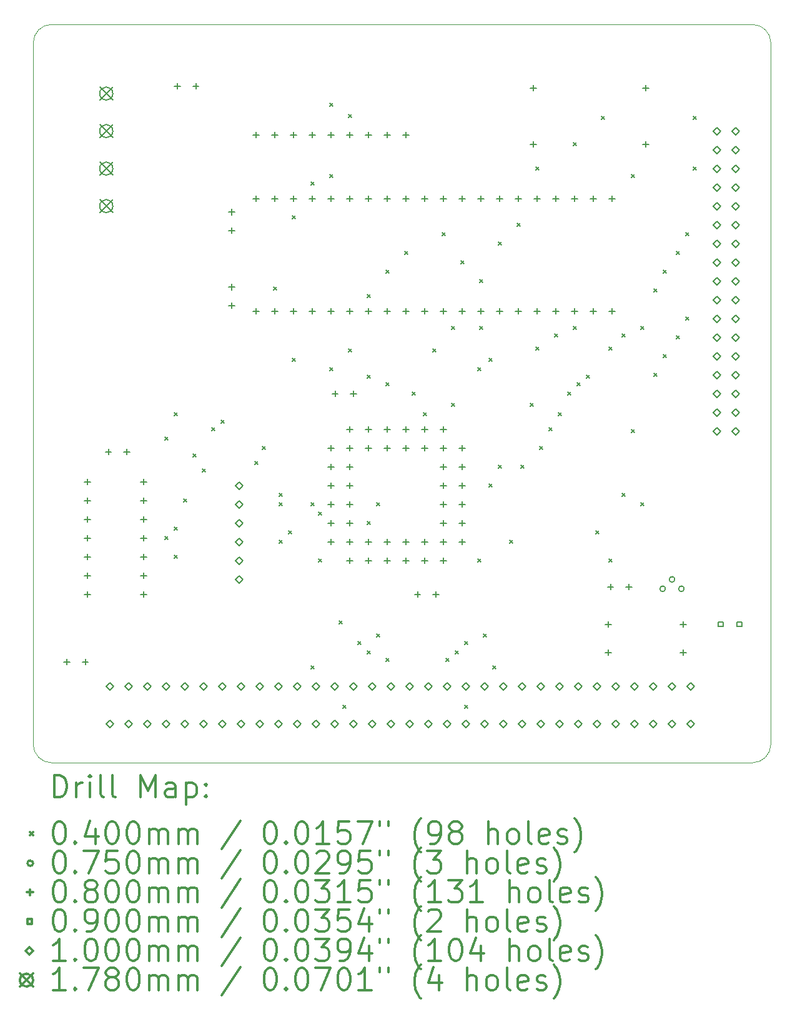
<source format=gbr>
%FSLAX45Y45*%
G04 Gerber Fmt 4.5, Leading zero omitted, Abs format (unit mm)*
G04 Created by KiCad (PCBNEW (5.1.10)-1) date 2021-07-30 10:31:12*
%MOMM*%
%LPD*%
G01*
G04 APERTURE LIST*
%TA.AperFunction,Profile*%
%ADD10C,0.050000*%
%TD*%
%ADD11C,0.200000*%
%ADD12C,0.300000*%
G04 APERTURE END LIST*
D10*
X19500000Y-3250000D02*
X19500000Y-12750000D01*
X9750000Y-3000000D02*
X19250000Y-3000000D01*
X9500000Y-12750000D02*
X9500000Y-3250000D01*
X19250000Y-13000000D02*
X9750000Y-13000000D01*
X9750000Y-13000000D02*
G75*
G02*
X9500000Y-12750000I0J250000D01*
G01*
X9500000Y-3250000D02*
G75*
G02*
X9750000Y-3000000I250000J0D01*
G01*
X19250000Y-3000000D02*
G75*
G02*
X19500000Y-3250000I0J-250000D01*
G01*
X19500000Y-12750000D02*
G75*
G02*
X19250000Y-13000000I-250000J0D01*
G01*
D11*
X11283000Y-8590600D02*
X11323000Y-8630600D01*
X11323000Y-8590600D02*
X11283000Y-8630600D01*
X11283000Y-9936800D02*
X11323000Y-9976800D01*
X11323000Y-9936800D02*
X11283000Y-9976800D01*
X11410000Y-8260400D02*
X11450000Y-8300400D01*
X11450000Y-8260400D02*
X11410000Y-8300400D01*
X11410000Y-9809800D02*
X11450000Y-9849800D01*
X11450000Y-9809800D02*
X11410000Y-9849800D01*
X11410000Y-10190800D02*
X11450000Y-10230800D01*
X11450000Y-10190800D02*
X11410000Y-10230800D01*
X11537000Y-9428800D02*
X11577000Y-9468800D01*
X11577000Y-9428800D02*
X11537000Y-9468800D01*
X11664000Y-8819200D02*
X11704000Y-8859200D01*
X11704000Y-8819200D02*
X11664000Y-8859200D01*
X11791000Y-9022400D02*
X11831000Y-9062400D01*
X11831000Y-9022400D02*
X11791000Y-9062400D01*
X11918000Y-8463600D02*
X11958000Y-8503600D01*
X11958000Y-8463600D02*
X11918000Y-8503600D01*
X12045000Y-8362000D02*
X12085000Y-8402000D01*
X12085000Y-8362000D02*
X12045000Y-8402000D01*
X12502200Y-8920800D02*
X12542200Y-8960800D01*
X12542200Y-8920800D02*
X12502200Y-8960800D01*
X12603800Y-8717600D02*
X12643800Y-8757600D01*
X12643800Y-8717600D02*
X12603800Y-8757600D01*
X12756200Y-6558600D02*
X12796200Y-6598600D01*
X12796200Y-6558600D02*
X12756200Y-6598600D01*
X12832400Y-9352600D02*
X12872400Y-9392600D01*
X12872400Y-9352600D02*
X12832400Y-9392600D01*
X12832400Y-9479600D02*
X12872400Y-9519600D01*
X12872400Y-9479600D02*
X12832400Y-9519600D01*
X12832400Y-9987600D02*
X12872400Y-10027600D01*
X12872400Y-9987600D02*
X12832400Y-10027600D01*
X12959400Y-9860600D02*
X12999400Y-9900600D01*
X12999400Y-9860600D02*
X12959400Y-9900600D01*
X13010200Y-5593400D02*
X13050200Y-5633400D01*
X13050200Y-5593400D02*
X13010200Y-5633400D01*
X13010200Y-7523800D02*
X13050200Y-7563800D01*
X13050200Y-7523800D02*
X13010200Y-7563800D01*
X13264200Y-5136200D02*
X13304200Y-5176200D01*
X13304200Y-5136200D02*
X13264200Y-5176200D01*
X13264200Y-9479600D02*
X13304200Y-9519600D01*
X13304200Y-9479600D02*
X13264200Y-9519600D01*
X13264200Y-11689400D02*
X13304200Y-11729400D01*
X13304200Y-11689400D02*
X13264200Y-11729400D01*
X13365800Y-9606600D02*
X13405800Y-9646600D01*
X13405800Y-9606600D02*
X13365800Y-9646600D01*
X13365800Y-10241600D02*
X13405800Y-10281600D01*
X13405800Y-10241600D02*
X13365800Y-10281600D01*
X13518200Y-4069400D02*
X13558200Y-4109400D01*
X13558200Y-4069400D02*
X13518200Y-4109400D01*
X13518200Y-5034600D02*
X13558200Y-5074600D01*
X13558200Y-5034600D02*
X13518200Y-5074600D01*
X13518200Y-7650800D02*
X13558200Y-7690800D01*
X13558200Y-7650800D02*
X13518200Y-7690800D01*
X13645200Y-11079800D02*
X13685200Y-11119800D01*
X13685200Y-11079800D02*
X13645200Y-11119800D01*
X13696000Y-12222800D02*
X13736000Y-12262800D01*
X13736000Y-12222800D02*
X13696000Y-12262800D01*
X13772200Y-4221800D02*
X13812200Y-4261800D01*
X13812200Y-4221800D02*
X13772200Y-4261800D01*
X13772200Y-7396800D02*
X13812200Y-7436800D01*
X13812200Y-7396800D02*
X13772200Y-7436800D01*
X13899200Y-11359200D02*
X13939200Y-11399200D01*
X13939200Y-11359200D02*
X13899200Y-11399200D01*
X14026200Y-6660200D02*
X14066200Y-6700200D01*
X14066200Y-6660200D02*
X14026200Y-6700200D01*
X14026200Y-7752400D02*
X14066200Y-7792400D01*
X14066200Y-7752400D02*
X14026200Y-7792400D01*
X14026200Y-9733600D02*
X14066200Y-9773600D01*
X14066200Y-9733600D02*
X14026200Y-9773600D01*
X14026200Y-11486200D02*
X14066200Y-11526200D01*
X14066200Y-11486200D02*
X14026200Y-11526200D01*
X14153200Y-9479600D02*
X14193200Y-9519600D01*
X14193200Y-9479600D02*
X14153200Y-9519600D01*
X14153200Y-11257600D02*
X14193200Y-11297600D01*
X14193200Y-11257600D02*
X14153200Y-11297600D01*
X14280200Y-6330000D02*
X14320200Y-6370000D01*
X14320200Y-6330000D02*
X14280200Y-6370000D01*
X14280200Y-7854000D02*
X14320200Y-7894000D01*
X14320200Y-7854000D02*
X14280200Y-7894000D01*
X14280200Y-11587800D02*
X14320200Y-11627800D01*
X14320200Y-11587800D02*
X14280200Y-11627800D01*
X14534200Y-6076000D02*
X14574200Y-6116000D01*
X14574200Y-6076000D02*
X14534200Y-6116000D01*
X14635800Y-7981000D02*
X14675800Y-8021000D01*
X14675800Y-7981000D02*
X14635800Y-8021000D01*
X14788200Y-8260400D02*
X14828200Y-8300400D01*
X14828200Y-8260400D02*
X14788200Y-8300400D01*
X14915200Y-7396800D02*
X14955200Y-7436800D01*
X14955200Y-7396800D02*
X14915200Y-7436800D01*
X15042200Y-5822000D02*
X15082200Y-5862000D01*
X15082200Y-5822000D02*
X15042200Y-5862000D01*
X15093000Y-11587800D02*
X15133000Y-11627800D01*
X15133000Y-11587800D02*
X15093000Y-11627800D01*
X15169200Y-7092000D02*
X15209200Y-7132000D01*
X15209200Y-7092000D02*
X15169200Y-7132000D01*
X15169200Y-8133400D02*
X15209200Y-8173400D01*
X15209200Y-8133400D02*
X15169200Y-8173400D01*
X15220000Y-11486200D02*
X15260000Y-11526200D01*
X15260000Y-11486200D02*
X15220000Y-11526200D01*
X15296200Y-6203000D02*
X15336200Y-6243000D01*
X15336200Y-6203000D02*
X15296200Y-6243000D01*
X15347000Y-11359200D02*
X15387000Y-11399200D01*
X15387000Y-11359200D02*
X15347000Y-11399200D01*
X15347000Y-12222800D02*
X15387000Y-12262800D01*
X15387000Y-12222800D02*
X15347000Y-12262800D01*
X15524800Y-7650800D02*
X15564800Y-7690800D01*
X15564800Y-7650800D02*
X15524800Y-7690800D01*
X15524800Y-10241600D02*
X15564800Y-10281600D01*
X15564800Y-10241600D02*
X15524800Y-10281600D01*
X15550200Y-6457000D02*
X15590200Y-6497000D01*
X15590200Y-6457000D02*
X15550200Y-6497000D01*
X15550200Y-7092000D02*
X15590200Y-7132000D01*
X15590200Y-7092000D02*
X15550200Y-7132000D01*
X15601000Y-11257600D02*
X15641000Y-11297600D01*
X15641000Y-11257600D02*
X15601000Y-11297600D01*
X15677200Y-7523800D02*
X15717200Y-7563800D01*
X15717200Y-7523800D02*
X15677200Y-7563800D01*
X15677200Y-9225600D02*
X15717200Y-9265600D01*
X15717200Y-9225600D02*
X15677200Y-9265600D01*
X15728000Y-11689400D02*
X15768000Y-11729400D01*
X15768000Y-11689400D02*
X15728000Y-11729400D01*
X15804200Y-5949000D02*
X15844200Y-5989000D01*
X15844200Y-5949000D02*
X15804200Y-5989000D01*
X15804200Y-8971600D02*
X15844200Y-9011600D01*
X15844200Y-8971600D02*
X15804200Y-9011600D01*
X15956600Y-9987600D02*
X15996600Y-10027600D01*
X15996600Y-9987600D02*
X15956600Y-10027600D01*
X16058200Y-5695000D02*
X16098200Y-5735000D01*
X16098200Y-5695000D02*
X16058200Y-5735000D01*
X16109000Y-8971600D02*
X16149000Y-9011600D01*
X16149000Y-8971600D02*
X16109000Y-9011600D01*
X16236000Y-8133400D02*
X16276000Y-8173400D01*
X16276000Y-8133400D02*
X16236000Y-8173400D01*
X16312200Y-4933000D02*
X16352200Y-4973000D01*
X16352200Y-4933000D02*
X16312200Y-4973000D01*
X16312200Y-7371400D02*
X16352200Y-7411400D01*
X16352200Y-7371400D02*
X16312200Y-7411400D01*
X16363000Y-8717600D02*
X16403000Y-8757600D01*
X16403000Y-8717600D02*
X16363000Y-8757600D01*
X16490000Y-8463600D02*
X16530000Y-8503600D01*
X16530000Y-8463600D02*
X16490000Y-8503600D01*
X16566200Y-7193600D02*
X16606200Y-7233600D01*
X16606200Y-7193600D02*
X16566200Y-7233600D01*
X16617000Y-8260400D02*
X16657000Y-8300400D01*
X16657000Y-8260400D02*
X16617000Y-8300400D01*
X16744000Y-7981000D02*
X16784000Y-8021000D01*
X16784000Y-7981000D02*
X16744000Y-8021000D01*
X16820200Y-4602800D02*
X16860200Y-4642800D01*
X16860200Y-4602800D02*
X16820200Y-4642800D01*
X16820200Y-7092000D02*
X16860200Y-7132000D01*
X16860200Y-7092000D02*
X16820200Y-7132000D01*
X16871000Y-7854000D02*
X16911000Y-7894000D01*
X16911000Y-7854000D02*
X16871000Y-7894000D01*
X16998000Y-7752400D02*
X17038000Y-7792400D01*
X17038000Y-7752400D02*
X16998000Y-7792400D01*
X17125000Y-9860600D02*
X17165000Y-9900600D01*
X17165000Y-9860600D02*
X17125000Y-9900600D01*
X17201200Y-4247200D02*
X17241200Y-4287200D01*
X17241200Y-4247200D02*
X17201200Y-4287200D01*
X17302800Y-7371400D02*
X17342800Y-7411400D01*
X17342800Y-7371400D02*
X17302800Y-7411400D01*
X17302800Y-10241600D02*
X17342800Y-10281600D01*
X17342800Y-10241600D02*
X17302800Y-10281600D01*
X17480600Y-7193600D02*
X17520600Y-7233600D01*
X17520600Y-7193600D02*
X17480600Y-7233600D01*
X17480600Y-9352600D02*
X17520600Y-9392600D01*
X17520600Y-9352600D02*
X17480600Y-9392600D01*
X17607600Y-5034600D02*
X17647600Y-5074600D01*
X17647600Y-5034600D02*
X17607600Y-5074600D01*
X17607600Y-8489000D02*
X17647600Y-8529000D01*
X17647600Y-8489000D02*
X17607600Y-8529000D01*
X17734600Y-7092000D02*
X17774600Y-7132000D01*
X17774600Y-7092000D02*
X17734600Y-7132000D01*
X17734600Y-9479600D02*
X17774600Y-9519600D01*
X17774600Y-9479600D02*
X17734600Y-9519600D01*
X17912400Y-6584000D02*
X17952400Y-6624000D01*
X17952400Y-6584000D02*
X17912400Y-6624000D01*
X17912400Y-7727000D02*
X17952400Y-7767000D01*
X17952400Y-7727000D02*
X17912400Y-7767000D01*
X18039400Y-6330000D02*
X18079400Y-6370000D01*
X18079400Y-6330000D02*
X18039400Y-6370000D01*
X18039400Y-7473000D02*
X18079400Y-7513000D01*
X18079400Y-7473000D02*
X18039400Y-7513000D01*
X18217200Y-6076000D02*
X18257200Y-6116000D01*
X18257200Y-6076000D02*
X18217200Y-6116000D01*
X18217200Y-7219000D02*
X18257200Y-7259000D01*
X18257200Y-7219000D02*
X18217200Y-7259000D01*
X18344200Y-5822000D02*
X18384200Y-5862000D01*
X18384200Y-5822000D02*
X18344200Y-5862000D01*
X18344200Y-6965000D02*
X18384200Y-7005000D01*
X18384200Y-6965000D02*
X18344200Y-7005000D01*
X18445800Y-4247200D02*
X18485800Y-4287200D01*
X18485800Y-4247200D02*
X18445800Y-4287200D01*
X18445800Y-4933000D02*
X18485800Y-4973000D01*
X18485800Y-4933000D02*
X18445800Y-4973000D01*
X18071500Y-10642600D02*
G75*
G03*
X18071500Y-10642600I-37500J0D01*
G01*
X18198500Y-10515600D02*
G75*
G03*
X18198500Y-10515600I-37500J0D01*
G01*
X18325500Y-10642600D02*
G75*
G03*
X18325500Y-10642600I-37500J0D01*
G01*
X9956800Y-11593200D02*
X9956800Y-11673200D01*
X9916800Y-11633200D02*
X9996800Y-11633200D01*
X10206800Y-11593200D02*
X10206800Y-11673200D01*
X10166800Y-11633200D02*
X10246800Y-11633200D01*
X10236200Y-9154800D02*
X10236200Y-9234800D01*
X10196200Y-9194800D02*
X10276200Y-9194800D01*
X10236200Y-9408800D02*
X10236200Y-9488800D01*
X10196200Y-9448800D02*
X10276200Y-9448800D01*
X10236200Y-9662800D02*
X10236200Y-9742800D01*
X10196200Y-9702800D02*
X10276200Y-9702800D01*
X10236200Y-9916800D02*
X10236200Y-9996800D01*
X10196200Y-9956800D02*
X10276200Y-9956800D01*
X10236200Y-10170800D02*
X10236200Y-10250800D01*
X10196200Y-10210800D02*
X10276200Y-10210800D01*
X10236200Y-10424800D02*
X10236200Y-10504800D01*
X10196200Y-10464800D02*
X10276200Y-10464800D01*
X10236200Y-10678800D02*
X10236200Y-10758800D01*
X10196200Y-10718800D02*
X10276200Y-10718800D01*
X10519600Y-8748400D02*
X10519600Y-8828400D01*
X10479600Y-8788400D02*
X10559600Y-8788400D01*
X10769600Y-8748400D02*
X10769600Y-8828400D01*
X10729600Y-8788400D02*
X10809600Y-8788400D01*
X10998200Y-9154800D02*
X10998200Y-9234800D01*
X10958200Y-9194800D02*
X11038200Y-9194800D01*
X10998200Y-9408800D02*
X10998200Y-9488800D01*
X10958200Y-9448800D02*
X11038200Y-9448800D01*
X10998200Y-9662800D02*
X10998200Y-9742800D01*
X10958200Y-9702800D02*
X11038200Y-9702800D01*
X10998200Y-9916800D02*
X10998200Y-9996800D01*
X10958200Y-9956800D02*
X11038200Y-9956800D01*
X10998200Y-10170800D02*
X10998200Y-10250800D01*
X10958200Y-10210800D02*
X11038200Y-10210800D01*
X10998200Y-10424800D02*
X10998200Y-10504800D01*
X10958200Y-10464800D02*
X11038200Y-10464800D01*
X10998200Y-10678800D02*
X10998200Y-10758800D01*
X10958200Y-10718800D02*
X11038200Y-10718800D01*
X11455400Y-3795400D02*
X11455400Y-3875400D01*
X11415400Y-3835400D02*
X11495400Y-3835400D01*
X11705400Y-3795400D02*
X11705400Y-3875400D01*
X11665400Y-3835400D02*
X11745400Y-3835400D01*
X12192000Y-5501200D02*
X12192000Y-5581200D01*
X12152000Y-5541200D02*
X12232000Y-5541200D01*
X12192000Y-5751200D02*
X12192000Y-5831200D01*
X12152000Y-5791200D02*
X12232000Y-5791200D01*
X12192000Y-6517200D02*
X12192000Y-6597200D01*
X12152000Y-6557200D02*
X12232000Y-6557200D01*
X12192000Y-6767200D02*
X12192000Y-6847200D01*
X12152000Y-6807200D02*
X12232000Y-6807200D01*
X12522200Y-4455800D02*
X12522200Y-4535800D01*
X12482200Y-4495800D02*
X12562200Y-4495800D01*
X12522200Y-5319400D02*
X12522200Y-5399400D01*
X12482200Y-5359400D02*
X12562200Y-5359400D01*
X12522200Y-6843400D02*
X12522200Y-6923400D01*
X12482200Y-6883400D02*
X12562200Y-6883400D01*
X12776200Y-4455800D02*
X12776200Y-4535800D01*
X12736200Y-4495800D02*
X12816200Y-4495800D01*
X12776200Y-5319400D02*
X12776200Y-5399400D01*
X12736200Y-5359400D02*
X12816200Y-5359400D01*
X12776200Y-6843400D02*
X12776200Y-6923400D01*
X12736200Y-6883400D02*
X12816200Y-6883400D01*
X13030200Y-4455800D02*
X13030200Y-4535800D01*
X12990200Y-4495800D02*
X13070200Y-4495800D01*
X13030200Y-5319400D02*
X13030200Y-5399400D01*
X12990200Y-5359400D02*
X13070200Y-5359400D01*
X13030200Y-6843400D02*
X13030200Y-6923400D01*
X12990200Y-6883400D02*
X13070200Y-6883400D01*
X13284200Y-4455800D02*
X13284200Y-4535800D01*
X13244200Y-4495800D02*
X13324200Y-4495800D01*
X13284200Y-5319400D02*
X13284200Y-5399400D01*
X13244200Y-5359400D02*
X13324200Y-5359400D01*
X13284200Y-6843400D02*
X13284200Y-6923400D01*
X13244200Y-6883400D02*
X13324200Y-6883400D01*
X13538200Y-4455800D02*
X13538200Y-4535800D01*
X13498200Y-4495800D02*
X13578200Y-4495800D01*
X13538200Y-5319400D02*
X13538200Y-5399400D01*
X13498200Y-5359400D02*
X13578200Y-5359400D01*
X13538200Y-6843400D02*
X13538200Y-6923400D01*
X13498200Y-6883400D02*
X13578200Y-6883400D01*
X13538200Y-8697600D02*
X13538200Y-8777600D01*
X13498200Y-8737600D02*
X13578200Y-8737600D01*
X13538200Y-8951600D02*
X13538200Y-9031600D01*
X13498200Y-8991600D02*
X13578200Y-8991600D01*
X13538200Y-9205600D02*
X13538200Y-9285600D01*
X13498200Y-9245600D02*
X13578200Y-9245600D01*
X13538200Y-9459600D02*
X13538200Y-9539600D01*
X13498200Y-9499600D02*
X13578200Y-9499600D01*
X13538200Y-9713600D02*
X13538200Y-9793600D01*
X13498200Y-9753600D02*
X13578200Y-9753600D01*
X13538200Y-9967600D02*
X13538200Y-10047600D01*
X13498200Y-10007600D02*
X13578200Y-10007600D01*
X13593000Y-7961000D02*
X13593000Y-8041000D01*
X13553000Y-8001000D02*
X13633000Y-8001000D01*
X13792200Y-4455800D02*
X13792200Y-4535800D01*
X13752200Y-4495800D02*
X13832200Y-4495800D01*
X13792200Y-5319400D02*
X13792200Y-5399400D01*
X13752200Y-5359400D02*
X13832200Y-5359400D01*
X13792200Y-6843400D02*
X13792200Y-6923400D01*
X13752200Y-6883400D02*
X13832200Y-6883400D01*
X13792200Y-8443600D02*
X13792200Y-8523600D01*
X13752200Y-8483600D02*
X13832200Y-8483600D01*
X13792200Y-8697600D02*
X13792200Y-8777600D01*
X13752200Y-8737600D02*
X13832200Y-8737600D01*
X13792200Y-8951600D02*
X13792200Y-9031600D01*
X13752200Y-8991600D02*
X13832200Y-8991600D01*
X13792200Y-9205600D02*
X13792200Y-9285600D01*
X13752200Y-9245600D02*
X13832200Y-9245600D01*
X13792200Y-9459600D02*
X13792200Y-9539600D01*
X13752200Y-9499600D02*
X13832200Y-9499600D01*
X13792200Y-9713600D02*
X13792200Y-9793600D01*
X13752200Y-9753600D02*
X13832200Y-9753600D01*
X13792200Y-9967600D02*
X13792200Y-10047600D01*
X13752200Y-10007600D02*
X13832200Y-10007600D01*
X13792200Y-10221600D02*
X13792200Y-10301600D01*
X13752200Y-10261600D02*
X13832200Y-10261600D01*
X13843000Y-7961000D02*
X13843000Y-8041000D01*
X13803000Y-8001000D02*
X13883000Y-8001000D01*
X14046200Y-4455800D02*
X14046200Y-4535800D01*
X14006200Y-4495800D02*
X14086200Y-4495800D01*
X14046200Y-5319400D02*
X14046200Y-5399400D01*
X14006200Y-5359400D02*
X14086200Y-5359400D01*
X14046200Y-6843400D02*
X14046200Y-6923400D01*
X14006200Y-6883400D02*
X14086200Y-6883400D01*
X14046200Y-8443600D02*
X14046200Y-8523600D01*
X14006200Y-8483600D02*
X14086200Y-8483600D01*
X14046200Y-8697600D02*
X14046200Y-8777600D01*
X14006200Y-8737600D02*
X14086200Y-8737600D01*
X14046200Y-9967600D02*
X14046200Y-10047600D01*
X14006200Y-10007600D02*
X14086200Y-10007600D01*
X14046200Y-10221600D02*
X14046200Y-10301600D01*
X14006200Y-10261600D02*
X14086200Y-10261600D01*
X14300200Y-4455800D02*
X14300200Y-4535800D01*
X14260200Y-4495800D02*
X14340200Y-4495800D01*
X14300200Y-5319400D02*
X14300200Y-5399400D01*
X14260200Y-5359400D02*
X14340200Y-5359400D01*
X14300200Y-6843400D02*
X14300200Y-6923400D01*
X14260200Y-6883400D02*
X14340200Y-6883400D01*
X14300200Y-8443600D02*
X14300200Y-8523600D01*
X14260200Y-8483600D02*
X14340200Y-8483600D01*
X14300200Y-8697600D02*
X14300200Y-8777600D01*
X14260200Y-8737600D02*
X14340200Y-8737600D01*
X14300200Y-9967600D02*
X14300200Y-10047600D01*
X14260200Y-10007600D02*
X14340200Y-10007600D01*
X14300200Y-10221600D02*
X14300200Y-10301600D01*
X14260200Y-10261600D02*
X14340200Y-10261600D01*
X14554200Y-4455800D02*
X14554200Y-4535800D01*
X14514200Y-4495800D02*
X14594200Y-4495800D01*
X14554200Y-5319400D02*
X14554200Y-5399400D01*
X14514200Y-5359400D02*
X14594200Y-5359400D01*
X14554200Y-6843400D02*
X14554200Y-6923400D01*
X14514200Y-6883400D02*
X14594200Y-6883400D01*
X14554200Y-8443600D02*
X14554200Y-8523600D01*
X14514200Y-8483600D02*
X14594200Y-8483600D01*
X14554200Y-8697600D02*
X14554200Y-8777600D01*
X14514200Y-8737600D02*
X14594200Y-8737600D01*
X14554200Y-9967600D02*
X14554200Y-10047600D01*
X14514200Y-10007600D02*
X14594200Y-10007600D01*
X14554200Y-10221600D02*
X14554200Y-10301600D01*
X14514200Y-10261600D02*
X14594200Y-10261600D01*
X14710600Y-10678800D02*
X14710600Y-10758800D01*
X14670600Y-10718800D02*
X14750600Y-10718800D01*
X14808200Y-5319400D02*
X14808200Y-5399400D01*
X14768200Y-5359400D02*
X14848200Y-5359400D01*
X14808200Y-6843400D02*
X14808200Y-6923400D01*
X14768200Y-6883400D02*
X14848200Y-6883400D01*
X14808200Y-8443600D02*
X14808200Y-8523600D01*
X14768200Y-8483600D02*
X14848200Y-8483600D01*
X14808200Y-8697600D02*
X14808200Y-8777600D01*
X14768200Y-8737600D02*
X14848200Y-8737600D01*
X14808200Y-9967600D02*
X14808200Y-10047600D01*
X14768200Y-10007600D02*
X14848200Y-10007600D01*
X14808200Y-10221600D02*
X14808200Y-10301600D01*
X14768200Y-10261600D02*
X14848200Y-10261600D01*
X14960600Y-10678800D02*
X14960600Y-10758800D01*
X14920600Y-10718800D02*
X15000600Y-10718800D01*
X15062200Y-5319400D02*
X15062200Y-5399400D01*
X15022200Y-5359400D02*
X15102200Y-5359400D01*
X15062200Y-6843400D02*
X15062200Y-6923400D01*
X15022200Y-6883400D02*
X15102200Y-6883400D01*
X15062200Y-8443600D02*
X15062200Y-8523600D01*
X15022200Y-8483600D02*
X15102200Y-8483600D01*
X15062200Y-8697600D02*
X15062200Y-8777600D01*
X15022200Y-8737600D02*
X15102200Y-8737600D01*
X15062200Y-8951600D02*
X15062200Y-9031600D01*
X15022200Y-8991600D02*
X15102200Y-8991600D01*
X15062200Y-9205600D02*
X15062200Y-9285600D01*
X15022200Y-9245600D02*
X15102200Y-9245600D01*
X15062200Y-9459600D02*
X15062200Y-9539600D01*
X15022200Y-9499600D02*
X15102200Y-9499600D01*
X15062200Y-9713600D02*
X15062200Y-9793600D01*
X15022200Y-9753600D02*
X15102200Y-9753600D01*
X15062200Y-9967600D02*
X15062200Y-10047600D01*
X15022200Y-10007600D02*
X15102200Y-10007600D01*
X15062200Y-10221600D02*
X15062200Y-10301600D01*
X15022200Y-10261600D02*
X15102200Y-10261600D01*
X15316200Y-5319400D02*
X15316200Y-5399400D01*
X15276200Y-5359400D02*
X15356200Y-5359400D01*
X15316200Y-6843400D02*
X15316200Y-6923400D01*
X15276200Y-6883400D02*
X15356200Y-6883400D01*
X15316200Y-8697600D02*
X15316200Y-8777600D01*
X15276200Y-8737600D02*
X15356200Y-8737600D01*
X15316200Y-8951600D02*
X15316200Y-9031600D01*
X15276200Y-8991600D02*
X15356200Y-8991600D01*
X15316200Y-9205600D02*
X15316200Y-9285600D01*
X15276200Y-9245600D02*
X15356200Y-9245600D01*
X15316200Y-9459600D02*
X15316200Y-9539600D01*
X15276200Y-9499600D02*
X15356200Y-9499600D01*
X15316200Y-9713600D02*
X15316200Y-9793600D01*
X15276200Y-9753600D02*
X15356200Y-9753600D01*
X15316200Y-9967600D02*
X15316200Y-10047600D01*
X15276200Y-10007600D02*
X15356200Y-10007600D01*
X15570200Y-5319400D02*
X15570200Y-5399400D01*
X15530200Y-5359400D02*
X15610200Y-5359400D01*
X15570200Y-6843400D02*
X15570200Y-6923400D01*
X15530200Y-6883400D02*
X15610200Y-6883400D01*
X15824200Y-5319400D02*
X15824200Y-5399400D01*
X15784200Y-5359400D02*
X15864200Y-5359400D01*
X15824200Y-6843400D02*
X15824200Y-6923400D01*
X15784200Y-6883400D02*
X15864200Y-6883400D01*
X16078200Y-5319400D02*
X16078200Y-5399400D01*
X16038200Y-5359400D02*
X16118200Y-5359400D01*
X16078200Y-6843400D02*
X16078200Y-6923400D01*
X16038200Y-6883400D02*
X16118200Y-6883400D01*
X16281400Y-3820800D02*
X16281400Y-3900800D01*
X16241400Y-3860800D02*
X16321400Y-3860800D01*
X16281400Y-4582800D02*
X16281400Y-4662800D01*
X16241400Y-4622800D02*
X16321400Y-4622800D01*
X16332200Y-5319400D02*
X16332200Y-5399400D01*
X16292200Y-5359400D02*
X16372200Y-5359400D01*
X16332200Y-6843400D02*
X16332200Y-6923400D01*
X16292200Y-6883400D02*
X16372200Y-6883400D01*
X16586200Y-5319400D02*
X16586200Y-5399400D01*
X16546200Y-5359400D02*
X16626200Y-5359400D01*
X16586200Y-6843400D02*
X16586200Y-6923400D01*
X16546200Y-6883400D02*
X16626200Y-6883400D01*
X16840200Y-5319400D02*
X16840200Y-5399400D01*
X16800200Y-5359400D02*
X16880200Y-5359400D01*
X16840200Y-6843400D02*
X16840200Y-6923400D01*
X16800200Y-6883400D02*
X16880200Y-6883400D01*
X17094200Y-5319400D02*
X17094200Y-5399400D01*
X17054200Y-5359400D02*
X17134200Y-5359400D01*
X17094200Y-6843400D02*
X17094200Y-6923400D01*
X17054200Y-6883400D02*
X17134200Y-6883400D01*
X17297400Y-11085200D02*
X17297400Y-11165200D01*
X17257400Y-11125200D02*
X17337400Y-11125200D01*
X17297400Y-11466200D02*
X17297400Y-11546200D01*
X17257400Y-11506200D02*
X17337400Y-11506200D01*
X17326800Y-10577200D02*
X17326800Y-10657200D01*
X17286800Y-10617200D02*
X17366800Y-10617200D01*
X17348200Y-5319400D02*
X17348200Y-5399400D01*
X17308200Y-5359400D02*
X17388200Y-5359400D01*
X17348200Y-6843400D02*
X17348200Y-6923400D01*
X17308200Y-6883400D02*
X17388200Y-6883400D01*
X17576800Y-10577200D02*
X17576800Y-10657200D01*
X17536800Y-10617200D02*
X17616800Y-10617200D01*
X17805400Y-3820800D02*
X17805400Y-3900800D01*
X17765400Y-3860800D02*
X17845400Y-3860800D01*
X17805400Y-4582800D02*
X17805400Y-4662800D01*
X17765400Y-4622800D02*
X17845400Y-4622800D01*
X18313400Y-11085200D02*
X18313400Y-11165200D01*
X18273400Y-11125200D02*
X18353400Y-11125200D01*
X18313400Y-11466200D02*
X18313400Y-11546200D01*
X18273400Y-11506200D02*
X18353400Y-11506200D01*
X18853220Y-11157020D02*
X18853220Y-11093380D01*
X18789580Y-11093380D01*
X18789580Y-11157020D01*
X18853220Y-11157020D01*
X19107220Y-11157020D02*
X19107220Y-11093380D01*
X19043580Y-11093380D01*
X19043580Y-11157020D01*
X19107220Y-11157020D01*
X10541000Y-12013400D02*
X10591000Y-11963400D01*
X10541000Y-11913400D01*
X10491000Y-11963400D01*
X10541000Y-12013400D01*
X10541000Y-12521400D02*
X10591000Y-12471400D01*
X10541000Y-12421400D01*
X10491000Y-12471400D01*
X10541000Y-12521400D01*
X10795000Y-12013400D02*
X10845000Y-11963400D01*
X10795000Y-11913400D01*
X10745000Y-11963400D01*
X10795000Y-12013400D01*
X10795000Y-12521400D02*
X10845000Y-12471400D01*
X10795000Y-12421400D01*
X10745000Y-12471400D01*
X10795000Y-12521400D01*
X11049000Y-12013400D02*
X11099000Y-11963400D01*
X11049000Y-11913400D01*
X10999000Y-11963400D01*
X11049000Y-12013400D01*
X11049000Y-12521400D02*
X11099000Y-12471400D01*
X11049000Y-12421400D01*
X10999000Y-12471400D01*
X11049000Y-12521400D01*
X11303000Y-12013400D02*
X11353000Y-11963400D01*
X11303000Y-11913400D01*
X11253000Y-11963400D01*
X11303000Y-12013400D01*
X11303000Y-12521400D02*
X11353000Y-12471400D01*
X11303000Y-12421400D01*
X11253000Y-12471400D01*
X11303000Y-12521400D01*
X11557000Y-12013400D02*
X11607000Y-11963400D01*
X11557000Y-11913400D01*
X11507000Y-11963400D01*
X11557000Y-12013400D01*
X11557000Y-12521400D02*
X11607000Y-12471400D01*
X11557000Y-12421400D01*
X11507000Y-12471400D01*
X11557000Y-12521400D01*
X11811000Y-12013400D02*
X11861000Y-11963400D01*
X11811000Y-11913400D01*
X11761000Y-11963400D01*
X11811000Y-12013400D01*
X11811000Y-12521400D02*
X11861000Y-12471400D01*
X11811000Y-12421400D01*
X11761000Y-12471400D01*
X11811000Y-12521400D01*
X12065000Y-12013400D02*
X12115000Y-11963400D01*
X12065000Y-11913400D01*
X12015000Y-11963400D01*
X12065000Y-12013400D01*
X12065000Y-12521400D02*
X12115000Y-12471400D01*
X12065000Y-12421400D01*
X12015000Y-12471400D01*
X12065000Y-12521400D01*
X12293600Y-9295600D02*
X12343600Y-9245600D01*
X12293600Y-9195600D01*
X12243600Y-9245600D01*
X12293600Y-9295600D01*
X12293600Y-9549600D02*
X12343600Y-9499600D01*
X12293600Y-9449600D01*
X12243600Y-9499600D01*
X12293600Y-9549600D01*
X12293600Y-9803600D02*
X12343600Y-9753600D01*
X12293600Y-9703600D01*
X12243600Y-9753600D01*
X12293600Y-9803600D01*
X12293600Y-10057600D02*
X12343600Y-10007600D01*
X12293600Y-9957600D01*
X12243600Y-10007600D01*
X12293600Y-10057600D01*
X12293600Y-10311600D02*
X12343600Y-10261600D01*
X12293600Y-10211600D01*
X12243600Y-10261600D01*
X12293600Y-10311600D01*
X12293600Y-10565600D02*
X12343600Y-10515600D01*
X12293600Y-10465600D01*
X12243600Y-10515600D01*
X12293600Y-10565600D01*
X12319000Y-12013400D02*
X12369000Y-11963400D01*
X12319000Y-11913400D01*
X12269000Y-11963400D01*
X12319000Y-12013400D01*
X12319000Y-12521400D02*
X12369000Y-12471400D01*
X12319000Y-12421400D01*
X12269000Y-12471400D01*
X12319000Y-12521400D01*
X12573000Y-12013400D02*
X12623000Y-11963400D01*
X12573000Y-11913400D01*
X12523000Y-11963400D01*
X12573000Y-12013400D01*
X12573000Y-12521400D02*
X12623000Y-12471400D01*
X12573000Y-12421400D01*
X12523000Y-12471400D01*
X12573000Y-12521400D01*
X12827000Y-12013400D02*
X12877000Y-11963400D01*
X12827000Y-11913400D01*
X12777000Y-11963400D01*
X12827000Y-12013400D01*
X12827000Y-12521400D02*
X12877000Y-12471400D01*
X12827000Y-12421400D01*
X12777000Y-12471400D01*
X12827000Y-12521400D01*
X13081000Y-12013400D02*
X13131000Y-11963400D01*
X13081000Y-11913400D01*
X13031000Y-11963400D01*
X13081000Y-12013400D01*
X13081000Y-12521400D02*
X13131000Y-12471400D01*
X13081000Y-12421400D01*
X13031000Y-12471400D01*
X13081000Y-12521400D01*
X13335000Y-12013400D02*
X13385000Y-11963400D01*
X13335000Y-11913400D01*
X13285000Y-11963400D01*
X13335000Y-12013400D01*
X13335000Y-12521400D02*
X13385000Y-12471400D01*
X13335000Y-12421400D01*
X13285000Y-12471400D01*
X13335000Y-12521400D01*
X13589000Y-12013400D02*
X13639000Y-11963400D01*
X13589000Y-11913400D01*
X13539000Y-11963400D01*
X13589000Y-12013400D01*
X13589000Y-12521400D02*
X13639000Y-12471400D01*
X13589000Y-12421400D01*
X13539000Y-12471400D01*
X13589000Y-12521400D01*
X13843000Y-12013400D02*
X13893000Y-11963400D01*
X13843000Y-11913400D01*
X13793000Y-11963400D01*
X13843000Y-12013400D01*
X13843000Y-12521400D02*
X13893000Y-12471400D01*
X13843000Y-12421400D01*
X13793000Y-12471400D01*
X13843000Y-12521400D01*
X14097000Y-12013400D02*
X14147000Y-11963400D01*
X14097000Y-11913400D01*
X14047000Y-11963400D01*
X14097000Y-12013400D01*
X14097000Y-12521400D02*
X14147000Y-12471400D01*
X14097000Y-12421400D01*
X14047000Y-12471400D01*
X14097000Y-12521400D01*
X14351000Y-12013400D02*
X14401000Y-11963400D01*
X14351000Y-11913400D01*
X14301000Y-11963400D01*
X14351000Y-12013400D01*
X14351000Y-12521400D02*
X14401000Y-12471400D01*
X14351000Y-12421400D01*
X14301000Y-12471400D01*
X14351000Y-12521400D01*
X14605000Y-12013400D02*
X14655000Y-11963400D01*
X14605000Y-11913400D01*
X14555000Y-11963400D01*
X14605000Y-12013400D01*
X14605000Y-12521400D02*
X14655000Y-12471400D01*
X14605000Y-12421400D01*
X14555000Y-12471400D01*
X14605000Y-12521400D01*
X14859000Y-12013400D02*
X14909000Y-11963400D01*
X14859000Y-11913400D01*
X14809000Y-11963400D01*
X14859000Y-12013400D01*
X14859000Y-12521400D02*
X14909000Y-12471400D01*
X14859000Y-12421400D01*
X14809000Y-12471400D01*
X14859000Y-12521400D01*
X15113000Y-12013400D02*
X15163000Y-11963400D01*
X15113000Y-11913400D01*
X15063000Y-11963400D01*
X15113000Y-12013400D01*
X15113000Y-12521400D02*
X15163000Y-12471400D01*
X15113000Y-12421400D01*
X15063000Y-12471400D01*
X15113000Y-12521400D01*
X15367000Y-12013400D02*
X15417000Y-11963400D01*
X15367000Y-11913400D01*
X15317000Y-11963400D01*
X15367000Y-12013400D01*
X15367000Y-12521400D02*
X15417000Y-12471400D01*
X15367000Y-12421400D01*
X15317000Y-12471400D01*
X15367000Y-12521400D01*
X15621000Y-12013400D02*
X15671000Y-11963400D01*
X15621000Y-11913400D01*
X15571000Y-11963400D01*
X15621000Y-12013400D01*
X15621000Y-12521400D02*
X15671000Y-12471400D01*
X15621000Y-12421400D01*
X15571000Y-12471400D01*
X15621000Y-12521400D01*
X15875000Y-12013400D02*
X15925000Y-11963400D01*
X15875000Y-11913400D01*
X15825000Y-11963400D01*
X15875000Y-12013400D01*
X15875000Y-12521400D02*
X15925000Y-12471400D01*
X15875000Y-12421400D01*
X15825000Y-12471400D01*
X15875000Y-12521400D01*
X16129000Y-12013400D02*
X16179000Y-11963400D01*
X16129000Y-11913400D01*
X16079000Y-11963400D01*
X16129000Y-12013400D01*
X16129000Y-12521400D02*
X16179000Y-12471400D01*
X16129000Y-12421400D01*
X16079000Y-12471400D01*
X16129000Y-12521400D01*
X16383000Y-12013400D02*
X16433000Y-11963400D01*
X16383000Y-11913400D01*
X16333000Y-11963400D01*
X16383000Y-12013400D01*
X16383000Y-12521400D02*
X16433000Y-12471400D01*
X16383000Y-12421400D01*
X16333000Y-12471400D01*
X16383000Y-12521400D01*
X16637000Y-12013400D02*
X16687000Y-11963400D01*
X16637000Y-11913400D01*
X16587000Y-11963400D01*
X16637000Y-12013400D01*
X16637000Y-12521400D02*
X16687000Y-12471400D01*
X16637000Y-12421400D01*
X16587000Y-12471400D01*
X16637000Y-12521400D01*
X16891000Y-12013400D02*
X16941000Y-11963400D01*
X16891000Y-11913400D01*
X16841000Y-11963400D01*
X16891000Y-12013400D01*
X16891000Y-12521400D02*
X16941000Y-12471400D01*
X16891000Y-12421400D01*
X16841000Y-12471400D01*
X16891000Y-12521400D01*
X17145000Y-12013400D02*
X17195000Y-11963400D01*
X17145000Y-11913400D01*
X17095000Y-11963400D01*
X17145000Y-12013400D01*
X17145000Y-12521400D02*
X17195000Y-12471400D01*
X17145000Y-12421400D01*
X17095000Y-12471400D01*
X17145000Y-12521400D01*
X17399000Y-12013400D02*
X17449000Y-11963400D01*
X17399000Y-11913400D01*
X17349000Y-11963400D01*
X17399000Y-12013400D01*
X17399000Y-12521400D02*
X17449000Y-12471400D01*
X17399000Y-12421400D01*
X17349000Y-12471400D01*
X17399000Y-12521400D01*
X17653000Y-12013400D02*
X17703000Y-11963400D01*
X17653000Y-11913400D01*
X17603000Y-11963400D01*
X17653000Y-12013400D01*
X17653000Y-12521400D02*
X17703000Y-12471400D01*
X17653000Y-12421400D01*
X17603000Y-12471400D01*
X17653000Y-12521400D01*
X17907000Y-12013400D02*
X17957000Y-11963400D01*
X17907000Y-11913400D01*
X17857000Y-11963400D01*
X17907000Y-12013400D01*
X17907000Y-12521400D02*
X17957000Y-12471400D01*
X17907000Y-12421400D01*
X17857000Y-12471400D01*
X17907000Y-12521400D01*
X18161000Y-12013400D02*
X18211000Y-11963400D01*
X18161000Y-11913400D01*
X18111000Y-11963400D01*
X18161000Y-12013400D01*
X18161000Y-12521400D02*
X18211000Y-12471400D01*
X18161000Y-12421400D01*
X18111000Y-12471400D01*
X18161000Y-12521400D01*
X18415000Y-12013400D02*
X18465000Y-11963400D01*
X18415000Y-11913400D01*
X18365000Y-11963400D01*
X18415000Y-12013400D01*
X18415000Y-12521400D02*
X18465000Y-12471400D01*
X18415000Y-12421400D01*
X18365000Y-12471400D01*
X18415000Y-12521400D01*
X18770600Y-4495000D02*
X18820600Y-4445000D01*
X18770600Y-4395000D01*
X18720600Y-4445000D01*
X18770600Y-4495000D01*
X18770600Y-4749000D02*
X18820600Y-4699000D01*
X18770600Y-4649000D01*
X18720600Y-4699000D01*
X18770600Y-4749000D01*
X18770600Y-5003000D02*
X18820600Y-4953000D01*
X18770600Y-4903000D01*
X18720600Y-4953000D01*
X18770600Y-5003000D01*
X18770600Y-5257000D02*
X18820600Y-5207000D01*
X18770600Y-5157000D01*
X18720600Y-5207000D01*
X18770600Y-5257000D01*
X18770600Y-5511000D02*
X18820600Y-5461000D01*
X18770600Y-5411000D01*
X18720600Y-5461000D01*
X18770600Y-5511000D01*
X18770600Y-5765000D02*
X18820600Y-5715000D01*
X18770600Y-5665000D01*
X18720600Y-5715000D01*
X18770600Y-5765000D01*
X18770600Y-6019000D02*
X18820600Y-5969000D01*
X18770600Y-5919000D01*
X18720600Y-5969000D01*
X18770600Y-6019000D01*
X18770600Y-6273000D02*
X18820600Y-6223000D01*
X18770600Y-6173000D01*
X18720600Y-6223000D01*
X18770600Y-6273000D01*
X18770600Y-6527000D02*
X18820600Y-6477000D01*
X18770600Y-6427000D01*
X18720600Y-6477000D01*
X18770600Y-6527000D01*
X18770600Y-6781000D02*
X18820600Y-6731000D01*
X18770600Y-6681000D01*
X18720600Y-6731000D01*
X18770600Y-6781000D01*
X18770600Y-7035000D02*
X18820600Y-6985000D01*
X18770600Y-6935000D01*
X18720600Y-6985000D01*
X18770600Y-7035000D01*
X18770600Y-7289000D02*
X18820600Y-7239000D01*
X18770600Y-7189000D01*
X18720600Y-7239000D01*
X18770600Y-7289000D01*
X18770600Y-7543000D02*
X18820600Y-7493000D01*
X18770600Y-7443000D01*
X18720600Y-7493000D01*
X18770600Y-7543000D01*
X18770600Y-7797000D02*
X18820600Y-7747000D01*
X18770600Y-7697000D01*
X18720600Y-7747000D01*
X18770600Y-7797000D01*
X18770600Y-8051000D02*
X18820600Y-8001000D01*
X18770600Y-7951000D01*
X18720600Y-8001000D01*
X18770600Y-8051000D01*
X18770600Y-8305000D02*
X18820600Y-8255000D01*
X18770600Y-8205000D01*
X18720600Y-8255000D01*
X18770600Y-8305000D01*
X18770600Y-8559000D02*
X18820600Y-8509000D01*
X18770600Y-8459000D01*
X18720600Y-8509000D01*
X18770600Y-8559000D01*
X19024600Y-4495000D02*
X19074600Y-4445000D01*
X19024600Y-4395000D01*
X18974600Y-4445000D01*
X19024600Y-4495000D01*
X19024600Y-4749000D02*
X19074600Y-4699000D01*
X19024600Y-4649000D01*
X18974600Y-4699000D01*
X19024600Y-4749000D01*
X19024600Y-5003000D02*
X19074600Y-4953000D01*
X19024600Y-4903000D01*
X18974600Y-4953000D01*
X19024600Y-5003000D01*
X19024600Y-5257000D02*
X19074600Y-5207000D01*
X19024600Y-5157000D01*
X18974600Y-5207000D01*
X19024600Y-5257000D01*
X19024600Y-5511000D02*
X19074600Y-5461000D01*
X19024600Y-5411000D01*
X18974600Y-5461000D01*
X19024600Y-5511000D01*
X19024600Y-5765000D02*
X19074600Y-5715000D01*
X19024600Y-5665000D01*
X18974600Y-5715000D01*
X19024600Y-5765000D01*
X19024600Y-6019000D02*
X19074600Y-5969000D01*
X19024600Y-5919000D01*
X18974600Y-5969000D01*
X19024600Y-6019000D01*
X19024600Y-6273000D02*
X19074600Y-6223000D01*
X19024600Y-6173000D01*
X18974600Y-6223000D01*
X19024600Y-6273000D01*
X19024600Y-6527000D02*
X19074600Y-6477000D01*
X19024600Y-6427000D01*
X18974600Y-6477000D01*
X19024600Y-6527000D01*
X19024600Y-6781000D02*
X19074600Y-6731000D01*
X19024600Y-6681000D01*
X18974600Y-6731000D01*
X19024600Y-6781000D01*
X19024600Y-7035000D02*
X19074600Y-6985000D01*
X19024600Y-6935000D01*
X18974600Y-6985000D01*
X19024600Y-7035000D01*
X19024600Y-7289000D02*
X19074600Y-7239000D01*
X19024600Y-7189000D01*
X18974600Y-7239000D01*
X19024600Y-7289000D01*
X19024600Y-7543000D02*
X19074600Y-7493000D01*
X19024600Y-7443000D01*
X18974600Y-7493000D01*
X19024600Y-7543000D01*
X19024600Y-7797000D02*
X19074600Y-7747000D01*
X19024600Y-7697000D01*
X18974600Y-7747000D01*
X19024600Y-7797000D01*
X19024600Y-8051000D02*
X19074600Y-8001000D01*
X19024600Y-7951000D01*
X18974600Y-8001000D01*
X19024600Y-8051000D01*
X19024600Y-8305000D02*
X19074600Y-8255000D01*
X19024600Y-8205000D01*
X18974600Y-8255000D01*
X19024600Y-8305000D01*
X19024600Y-8559000D02*
X19074600Y-8509000D01*
X19024600Y-8459000D01*
X18974600Y-8509000D01*
X19024600Y-8559000D01*
X10401200Y-3848000D02*
X10579200Y-4026000D01*
X10579200Y-3848000D02*
X10401200Y-4026000D01*
X10579200Y-3937000D02*
G75*
G03*
X10579200Y-3937000I-89000J0D01*
G01*
X10401200Y-4356000D02*
X10579200Y-4534000D01*
X10579200Y-4356000D02*
X10401200Y-4534000D01*
X10579200Y-4445000D02*
G75*
G03*
X10579200Y-4445000I-89000J0D01*
G01*
X10401200Y-4864000D02*
X10579200Y-5042000D01*
X10579200Y-4864000D02*
X10401200Y-5042000D01*
X10579200Y-4953000D02*
G75*
G03*
X10579200Y-4953000I-89000J0D01*
G01*
X10401200Y-5372000D02*
X10579200Y-5550000D01*
X10579200Y-5372000D02*
X10401200Y-5550000D01*
X10579200Y-5461000D02*
G75*
G03*
X10579200Y-5461000I-89000J0D01*
G01*
D12*
X9783928Y-13468214D02*
X9783928Y-13168214D01*
X9855357Y-13168214D01*
X9898214Y-13182500D01*
X9926786Y-13211071D01*
X9941071Y-13239643D01*
X9955357Y-13296786D01*
X9955357Y-13339643D01*
X9941071Y-13396786D01*
X9926786Y-13425357D01*
X9898214Y-13453929D01*
X9855357Y-13468214D01*
X9783928Y-13468214D01*
X10083928Y-13468214D02*
X10083928Y-13268214D01*
X10083928Y-13325357D02*
X10098214Y-13296786D01*
X10112500Y-13282500D01*
X10141071Y-13268214D01*
X10169643Y-13268214D01*
X10269643Y-13468214D02*
X10269643Y-13268214D01*
X10269643Y-13168214D02*
X10255357Y-13182500D01*
X10269643Y-13196786D01*
X10283928Y-13182500D01*
X10269643Y-13168214D01*
X10269643Y-13196786D01*
X10455357Y-13468214D02*
X10426786Y-13453929D01*
X10412500Y-13425357D01*
X10412500Y-13168214D01*
X10612500Y-13468214D02*
X10583928Y-13453929D01*
X10569643Y-13425357D01*
X10569643Y-13168214D01*
X10955357Y-13468214D02*
X10955357Y-13168214D01*
X11055357Y-13382500D01*
X11155357Y-13168214D01*
X11155357Y-13468214D01*
X11426786Y-13468214D02*
X11426786Y-13311071D01*
X11412500Y-13282500D01*
X11383928Y-13268214D01*
X11326786Y-13268214D01*
X11298214Y-13282500D01*
X11426786Y-13453929D02*
X11398214Y-13468214D01*
X11326786Y-13468214D01*
X11298214Y-13453929D01*
X11283928Y-13425357D01*
X11283928Y-13396786D01*
X11298214Y-13368214D01*
X11326786Y-13353929D01*
X11398214Y-13353929D01*
X11426786Y-13339643D01*
X11569643Y-13268214D02*
X11569643Y-13568214D01*
X11569643Y-13282500D02*
X11598214Y-13268214D01*
X11655357Y-13268214D01*
X11683928Y-13282500D01*
X11698214Y-13296786D01*
X11712500Y-13325357D01*
X11712500Y-13411071D01*
X11698214Y-13439643D01*
X11683928Y-13453929D01*
X11655357Y-13468214D01*
X11598214Y-13468214D01*
X11569643Y-13453929D01*
X11841071Y-13439643D02*
X11855357Y-13453929D01*
X11841071Y-13468214D01*
X11826786Y-13453929D01*
X11841071Y-13439643D01*
X11841071Y-13468214D01*
X11841071Y-13282500D02*
X11855357Y-13296786D01*
X11841071Y-13311071D01*
X11826786Y-13296786D01*
X11841071Y-13282500D01*
X11841071Y-13311071D01*
X9457500Y-13942500D02*
X9497500Y-13982500D01*
X9497500Y-13942500D02*
X9457500Y-13982500D01*
X9841071Y-13798214D02*
X9869643Y-13798214D01*
X9898214Y-13812500D01*
X9912500Y-13826786D01*
X9926786Y-13855357D01*
X9941071Y-13912500D01*
X9941071Y-13983929D01*
X9926786Y-14041071D01*
X9912500Y-14069643D01*
X9898214Y-14083929D01*
X9869643Y-14098214D01*
X9841071Y-14098214D01*
X9812500Y-14083929D01*
X9798214Y-14069643D01*
X9783928Y-14041071D01*
X9769643Y-13983929D01*
X9769643Y-13912500D01*
X9783928Y-13855357D01*
X9798214Y-13826786D01*
X9812500Y-13812500D01*
X9841071Y-13798214D01*
X10069643Y-14069643D02*
X10083928Y-14083929D01*
X10069643Y-14098214D01*
X10055357Y-14083929D01*
X10069643Y-14069643D01*
X10069643Y-14098214D01*
X10341071Y-13898214D02*
X10341071Y-14098214D01*
X10269643Y-13783929D02*
X10198214Y-13998214D01*
X10383928Y-13998214D01*
X10555357Y-13798214D02*
X10583928Y-13798214D01*
X10612500Y-13812500D01*
X10626786Y-13826786D01*
X10641071Y-13855357D01*
X10655357Y-13912500D01*
X10655357Y-13983929D01*
X10641071Y-14041071D01*
X10626786Y-14069643D01*
X10612500Y-14083929D01*
X10583928Y-14098214D01*
X10555357Y-14098214D01*
X10526786Y-14083929D01*
X10512500Y-14069643D01*
X10498214Y-14041071D01*
X10483928Y-13983929D01*
X10483928Y-13912500D01*
X10498214Y-13855357D01*
X10512500Y-13826786D01*
X10526786Y-13812500D01*
X10555357Y-13798214D01*
X10841071Y-13798214D02*
X10869643Y-13798214D01*
X10898214Y-13812500D01*
X10912500Y-13826786D01*
X10926786Y-13855357D01*
X10941071Y-13912500D01*
X10941071Y-13983929D01*
X10926786Y-14041071D01*
X10912500Y-14069643D01*
X10898214Y-14083929D01*
X10869643Y-14098214D01*
X10841071Y-14098214D01*
X10812500Y-14083929D01*
X10798214Y-14069643D01*
X10783928Y-14041071D01*
X10769643Y-13983929D01*
X10769643Y-13912500D01*
X10783928Y-13855357D01*
X10798214Y-13826786D01*
X10812500Y-13812500D01*
X10841071Y-13798214D01*
X11069643Y-14098214D02*
X11069643Y-13898214D01*
X11069643Y-13926786D02*
X11083928Y-13912500D01*
X11112500Y-13898214D01*
X11155357Y-13898214D01*
X11183928Y-13912500D01*
X11198214Y-13941071D01*
X11198214Y-14098214D01*
X11198214Y-13941071D02*
X11212500Y-13912500D01*
X11241071Y-13898214D01*
X11283928Y-13898214D01*
X11312500Y-13912500D01*
X11326786Y-13941071D01*
X11326786Y-14098214D01*
X11469643Y-14098214D02*
X11469643Y-13898214D01*
X11469643Y-13926786D02*
X11483928Y-13912500D01*
X11512500Y-13898214D01*
X11555357Y-13898214D01*
X11583928Y-13912500D01*
X11598214Y-13941071D01*
X11598214Y-14098214D01*
X11598214Y-13941071D02*
X11612500Y-13912500D01*
X11641071Y-13898214D01*
X11683928Y-13898214D01*
X11712500Y-13912500D01*
X11726786Y-13941071D01*
X11726786Y-14098214D01*
X12312500Y-13783929D02*
X12055357Y-14169643D01*
X12698214Y-13798214D02*
X12726786Y-13798214D01*
X12755357Y-13812500D01*
X12769643Y-13826786D01*
X12783928Y-13855357D01*
X12798214Y-13912500D01*
X12798214Y-13983929D01*
X12783928Y-14041071D01*
X12769643Y-14069643D01*
X12755357Y-14083929D01*
X12726786Y-14098214D01*
X12698214Y-14098214D01*
X12669643Y-14083929D01*
X12655357Y-14069643D01*
X12641071Y-14041071D01*
X12626786Y-13983929D01*
X12626786Y-13912500D01*
X12641071Y-13855357D01*
X12655357Y-13826786D01*
X12669643Y-13812500D01*
X12698214Y-13798214D01*
X12926786Y-14069643D02*
X12941071Y-14083929D01*
X12926786Y-14098214D01*
X12912500Y-14083929D01*
X12926786Y-14069643D01*
X12926786Y-14098214D01*
X13126786Y-13798214D02*
X13155357Y-13798214D01*
X13183928Y-13812500D01*
X13198214Y-13826786D01*
X13212500Y-13855357D01*
X13226786Y-13912500D01*
X13226786Y-13983929D01*
X13212500Y-14041071D01*
X13198214Y-14069643D01*
X13183928Y-14083929D01*
X13155357Y-14098214D01*
X13126786Y-14098214D01*
X13098214Y-14083929D01*
X13083928Y-14069643D01*
X13069643Y-14041071D01*
X13055357Y-13983929D01*
X13055357Y-13912500D01*
X13069643Y-13855357D01*
X13083928Y-13826786D01*
X13098214Y-13812500D01*
X13126786Y-13798214D01*
X13512500Y-14098214D02*
X13341071Y-14098214D01*
X13426786Y-14098214D02*
X13426786Y-13798214D01*
X13398214Y-13841071D01*
X13369643Y-13869643D01*
X13341071Y-13883929D01*
X13783928Y-13798214D02*
X13641071Y-13798214D01*
X13626786Y-13941071D01*
X13641071Y-13926786D01*
X13669643Y-13912500D01*
X13741071Y-13912500D01*
X13769643Y-13926786D01*
X13783928Y-13941071D01*
X13798214Y-13969643D01*
X13798214Y-14041071D01*
X13783928Y-14069643D01*
X13769643Y-14083929D01*
X13741071Y-14098214D01*
X13669643Y-14098214D01*
X13641071Y-14083929D01*
X13626786Y-14069643D01*
X13898214Y-13798214D02*
X14098214Y-13798214D01*
X13969643Y-14098214D01*
X14198214Y-13798214D02*
X14198214Y-13855357D01*
X14312500Y-13798214D02*
X14312500Y-13855357D01*
X14755357Y-14212500D02*
X14741071Y-14198214D01*
X14712500Y-14155357D01*
X14698214Y-14126786D01*
X14683928Y-14083929D01*
X14669643Y-14012500D01*
X14669643Y-13955357D01*
X14683928Y-13883929D01*
X14698214Y-13841071D01*
X14712500Y-13812500D01*
X14741071Y-13769643D01*
X14755357Y-13755357D01*
X14883928Y-14098214D02*
X14941071Y-14098214D01*
X14969643Y-14083929D01*
X14983928Y-14069643D01*
X15012500Y-14026786D01*
X15026786Y-13969643D01*
X15026786Y-13855357D01*
X15012500Y-13826786D01*
X14998214Y-13812500D01*
X14969643Y-13798214D01*
X14912500Y-13798214D01*
X14883928Y-13812500D01*
X14869643Y-13826786D01*
X14855357Y-13855357D01*
X14855357Y-13926786D01*
X14869643Y-13955357D01*
X14883928Y-13969643D01*
X14912500Y-13983929D01*
X14969643Y-13983929D01*
X14998214Y-13969643D01*
X15012500Y-13955357D01*
X15026786Y-13926786D01*
X15198214Y-13926786D02*
X15169643Y-13912500D01*
X15155357Y-13898214D01*
X15141071Y-13869643D01*
X15141071Y-13855357D01*
X15155357Y-13826786D01*
X15169643Y-13812500D01*
X15198214Y-13798214D01*
X15255357Y-13798214D01*
X15283928Y-13812500D01*
X15298214Y-13826786D01*
X15312500Y-13855357D01*
X15312500Y-13869643D01*
X15298214Y-13898214D01*
X15283928Y-13912500D01*
X15255357Y-13926786D01*
X15198214Y-13926786D01*
X15169643Y-13941071D01*
X15155357Y-13955357D01*
X15141071Y-13983929D01*
X15141071Y-14041071D01*
X15155357Y-14069643D01*
X15169643Y-14083929D01*
X15198214Y-14098214D01*
X15255357Y-14098214D01*
X15283928Y-14083929D01*
X15298214Y-14069643D01*
X15312500Y-14041071D01*
X15312500Y-13983929D01*
X15298214Y-13955357D01*
X15283928Y-13941071D01*
X15255357Y-13926786D01*
X15669643Y-14098214D02*
X15669643Y-13798214D01*
X15798214Y-14098214D02*
X15798214Y-13941071D01*
X15783928Y-13912500D01*
X15755357Y-13898214D01*
X15712500Y-13898214D01*
X15683928Y-13912500D01*
X15669643Y-13926786D01*
X15983928Y-14098214D02*
X15955357Y-14083929D01*
X15941071Y-14069643D01*
X15926786Y-14041071D01*
X15926786Y-13955357D01*
X15941071Y-13926786D01*
X15955357Y-13912500D01*
X15983928Y-13898214D01*
X16026786Y-13898214D01*
X16055357Y-13912500D01*
X16069643Y-13926786D01*
X16083928Y-13955357D01*
X16083928Y-14041071D01*
X16069643Y-14069643D01*
X16055357Y-14083929D01*
X16026786Y-14098214D01*
X15983928Y-14098214D01*
X16255357Y-14098214D02*
X16226786Y-14083929D01*
X16212500Y-14055357D01*
X16212500Y-13798214D01*
X16483928Y-14083929D02*
X16455357Y-14098214D01*
X16398214Y-14098214D01*
X16369643Y-14083929D01*
X16355357Y-14055357D01*
X16355357Y-13941071D01*
X16369643Y-13912500D01*
X16398214Y-13898214D01*
X16455357Y-13898214D01*
X16483928Y-13912500D01*
X16498214Y-13941071D01*
X16498214Y-13969643D01*
X16355357Y-13998214D01*
X16612500Y-14083929D02*
X16641071Y-14098214D01*
X16698214Y-14098214D01*
X16726786Y-14083929D01*
X16741071Y-14055357D01*
X16741071Y-14041071D01*
X16726786Y-14012500D01*
X16698214Y-13998214D01*
X16655357Y-13998214D01*
X16626786Y-13983929D01*
X16612500Y-13955357D01*
X16612500Y-13941071D01*
X16626786Y-13912500D01*
X16655357Y-13898214D01*
X16698214Y-13898214D01*
X16726786Y-13912500D01*
X16841071Y-14212500D02*
X16855357Y-14198214D01*
X16883928Y-14155357D01*
X16898214Y-14126786D01*
X16912500Y-14083929D01*
X16926786Y-14012500D01*
X16926786Y-13955357D01*
X16912500Y-13883929D01*
X16898214Y-13841071D01*
X16883928Y-13812500D01*
X16855357Y-13769643D01*
X16841071Y-13755357D01*
X9497500Y-14358500D02*
G75*
G03*
X9497500Y-14358500I-37500J0D01*
G01*
X9841071Y-14194214D02*
X9869643Y-14194214D01*
X9898214Y-14208500D01*
X9912500Y-14222786D01*
X9926786Y-14251357D01*
X9941071Y-14308500D01*
X9941071Y-14379929D01*
X9926786Y-14437071D01*
X9912500Y-14465643D01*
X9898214Y-14479929D01*
X9869643Y-14494214D01*
X9841071Y-14494214D01*
X9812500Y-14479929D01*
X9798214Y-14465643D01*
X9783928Y-14437071D01*
X9769643Y-14379929D01*
X9769643Y-14308500D01*
X9783928Y-14251357D01*
X9798214Y-14222786D01*
X9812500Y-14208500D01*
X9841071Y-14194214D01*
X10069643Y-14465643D02*
X10083928Y-14479929D01*
X10069643Y-14494214D01*
X10055357Y-14479929D01*
X10069643Y-14465643D01*
X10069643Y-14494214D01*
X10183928Y-14194214D02*
X10383928Y-14194214D01*
X10255357Y-14494214D01*
X10641071Y-14194214D02*
X10498214Y-14194214D01*
X10483928Y-14337071D01*
X10498214Y-14322786D01*
X10526786Y-14308500D01*
X10598214Y-14308500D01*
X10626786Y-14322786D01*
X10641071Y-14337071D01*
X10655357Y-14365643D01*
X10655357Y-14437071D01*
X10641071Y-14465643D01*
X10626786Y-14479929D01*
X10598214Y-14494214D01*
X10526786Y-14494214D01*
X10498214Y-14479929D01*
X10483928Y-14465643D01*
X10841071Y-14194214D02*
X10869643Y-14194214D01*
X10898214Y-14208500D01*
X10912500Y-14222786D01*
X10926786Y-14251357D01*
X10941071Y-14308500D01*
X10941071Y-14379929D01*
X10926786Y-14437071D01*
X10912500Y-14465643D01*
X10898214Y-14479929D01*
X10869643Y-14494214D01*
X10841071Y-14494214D01*
X10812500Y-14479929D01*
X10798214Y-14465643D01*
X10783928Y-14437071D01*
X10769643Y-14379929D01*
X10769643Y-14308500D01*
X10783928Y-14251357D01*
X10798214Y-14222786D01*
X10812500Y-14208500D01*
X10841071Y-14194214D01*
X11069643Y-14494214D02*
X11069643Y-14294214D01*
X11069643Y-14322786D02*
X11083928Y-14308500D01*
X11112500Y-14294214D01*
X11155357Y-14294214D01*
X11183928Y-14308500D01*
X11198214Y-14337071D01*
X11198214Y-14494214D01*
X11198214Y-14337071D02*
X11212500Y-14308500D01*
X11241071Y-14294214D01*
X11283928Y-14294214D01*
X11312500Y-14308500D01*
X11326786Y-14337071D01*
X11326786Y-14494214D01*
X11469643Y-14494214D02*
X11469643Y-14294214D01*
X11469643Y-14322786D02*
X11483928Y-14308500D01*
X11512500Y-14294214D01*
X11555357Y-14294214D01*
X11583928Y-14308500D01*
X11598214Y-14337071D01*
X11598214Y-14494214D01*
X11598214Y-14337071D02*
X11612500Y-14308500D01*
X11641071Y-14294214D01*
X11683928Y-14294214D01*
X11712500Y-14308500D01*
X11726786Y-14337071D01*
X11726786Y-14494214D01*
X12312500Y-14179929D02*
X12055357Y-14565643D01*
X12698214Y-14194214D02*
X12726786Y-14194214D01*
X12755357Y-14208500D01*
X12769643Y-14222786D01*
X12783928Y-14251357D01*
X12798214Y-14308500D01*
X12798214Y-14379929D01*
X12783928Y-14437071D01*
X12769643Y-14465643D01*
X12755357Y-14479929D01*
X12726786Y-14494214D01*
X12698214Y-14494214D01*
X12669643Y-14479929D01*
X12655357Y-14465643D01*
X12641071Y-14437071D01*
X12626786Y-14379929D01*
X12626786Y-14308500D01*
X12641071Y-14251357D01*
X12655357Y-14222786D01*
X12669643Y-14208500D01*
X12698214Y-14194214D01*
X12926786Y-14465643D02*
X12941071Y-14479929D01*
X12926786Y-14494214D01*
X12912500Y-14479929D01*
X12926786Y-14465643D01*
X12926786Y-14494214D01*
X13126786Y-14194214D02*
X13155357Y-14194214D01*
X13183928Y-14208500D01*
X13198214Y-14222786D01*
X13212500Y-14251357D01*
X13226786Y-14308500D01*
X13226786Y-14379929D01*
X13212500Y-14437071D01*
X13198214Y-14465643D01*
X13183928Y-14479929D01*
X13155357Y-14494214D01*
X13126786Y-14494214D01*
X13098214Y-14479929D01*
X13083928Y-14465643D01*
X13069643Y-14437071D01*
X13055357Y-14379929D01*
X13055357Y-14308500D01*
X13069643Y-14251357D01*
X13083928Y-14222786D01*
X13098214Y-14208500D01*
X13126786Y-14194214D01*
X13341071Y-14222786D02*
X13355357Y-14208500D01*
X13383928Y-14194214D01*
X13455357Y-14194214D01*
X13483928Y-14208500D01*
X13498214Y-14222786D01*
X13512500Y-14251357D01*
X13512500Y-14279929D01*
X13498214Y-14322786D01*
X13326786Y-14494214D01*
X13512500Y-14494214D01*
X13655357Y-14494214D02*
X13712500Y-14494214D01*
X13741071Y-14479929D01*
X13755357Y-14465643D01*
X13783928Y-14422786D01*
X13798214Y-14365643D01*
X13798214Y-14251357D01*
X13783928Y-14222786D01*
X13769643Y-14208500D01*
X13741071Y-14194214D01*
X13683928Y-14194214D01*
X13655357Y-14208500D01*
X13641071Y-14222786D01*
X13626786Y-14251357D01*
X13626786Y-14322786D01*
X13641071Y-14351357D01*
X13655357Y-14365643D01*
X13683928Y-14379929D01*
X13741071Y-14379929D01*
X13769643Y-14365643D01*
X13783928Y-14351357D01*
X13798214Y-14322786D01*
X14069643Y-14194214D02*
X13926786Y-14194214D01*
X13912500Y-14337071D01*
X13926786Y-14322786D01*
X13955357Y-14308500D01*
X14026786Y-14308500D01*
X14055357Y-14322786D01*
X14069643Y-14337071D01*
X14083928Y-14365643D01*
X14083928Y-14437071D01*
X14069643Y-14465643D01*
X14055357Y-14479929D01*
X14026786Y-14494214D01*
X13955357Y-14494214D01*
X13926786Y-14479929D01*
X13912500Y-14465643D01*
X14198214Y-14194214D02*
X14198214Y-14251357D01*
X14312500Y-14194214D02*
X14312500Y-14251357D01*
X14755357Y-14608500D02*
X14741071Y-14594214D01*
X14712500Y-14551357D01*
X14698214Y-14522786D01*
X14683928Y-14479929D01*
X14669643Y-14408500D01*
X14669643Y-14351357D01*
X14683928Y-14279929D01*
X14698214Y-14237071D01*
X14712500Y-14208500D01*
X14741071Y-14165643D01*
X14755357Y-14151357D01*
X14841071Y-14194214D02*
X15026786Y-14194214D01*
X14926786Y-14308500D01*
X14969643Y-14308500D01*
X14998214Y-14322786D01*
X15012500Y-14337071D01*
X15026786Y-14365643D01*
X15026786Y-14437071D01*
X15012500Y-14465643D01*
X14998214Y-14479929D01*
X14969643Y-14494214D01*
X14883928Y-14494214D01*
X14855357Y-14479929D01*
X14841071Y-14465643D01*
X15383928Y-14494214D02*
X15383928Y-14194214D01*
X15512500Y-14494214D02*
X15512500Y-14337071D01*
X15498214Y-14308500D01*
X15469643Y-14294214D01*
X15426786Y-14294214D01*
X15398214Y-14308500D01*
X15383928Y-14322786D01*
X15698214Y-14494214D02*
X15669643Y-14479929D01*
X15655357Y-14465643D01*
X15641071Y-14437071D01*
X15641071Y-14351357D01*
X15655357Y-14322786D01*
X15669643Y-14308500D01*
X15698214Y-14294214D01*
X15741071Y-14294214D01*
X15769643Y-14308500D01*
X15783928Y-14322786D01*
X15798214Y-14351357D01*
X15798214Y-14437071D01*
X15783928Y-14465643D01*
X15769643Y-14479929D01*
X15741071Y-14494214D01*
X15698214Y-14494214D01*
X15969643Y-14494214D02*
X15941071Y-14479929D01*
X15926786Y-14451357D01*
X15926786Y-14194214D01*
X16198214Y-14479929D02*
X16169643Y-14494214D01*
X16112500Y-14494214D01*
X16083928Y-14479929D01*
X16069643Y-14451357D01*
X16069643Y-14337071D01*
X16083928Y-14308500D01*
X16112500Y-14294214D01*
X16169643Y-14294214D01*
X16198214Y-14308500D01*
X16212500Y-14337071D01*
X16212500Y-14365643D01*
X16069643Y-14394214D01*
X16326786Y-14479929D02*
X16355357Y-14494214D01*
X16412500Y-14494214D01*
X16441071Y-14479929D01*
X16455357Y-14451357D01*
X16455357Y-14437071D01*
X16441071Y-14408500D01*
X16412500Y-14394214D01*
X16369643Y-14394214D01*
X16341071Y-14379929D01*
X16326786Y-14351357D01*
X16326786Y-14337071D01*
X16341071Y-14308500D01*
X16369643Y-14294214D01*
X16412500Y-14294214D01*
X16441071Y-14308500D01*
X16555357Y-14608500D02*
X16569643Y-14594214D01*
X16598214Y-14551357D01*
X16612500Y-14522786D01*
X16626786Y-14479929D01*
X16641071Y-14408500D01*
X16641071Y-14351357D01*
X16626786Y-14279929D01*
X16612500Y-14237071D01*
X16598214Y-14208500D01*
X16569643Y-14165643D01*
X16555357Y-14151357D01*
X9457500Y-14714500D02*
X9457500Y-14794500D01*
X9417500Y-14754500D02*
X9497500Y-14754500D01*
X9841071Y-14590214D02*
X9869643Y-14590214D01*
X9898214Y-14604500D01*
X9912500Y-14618786D01*
X9926786Y-14647357D01*
X9941071Y-14704500D01*
X9941071Y-14775929D01*
X9926786Y-14833071D01*
X9912500Y-14861643D01*
X9898214Y-14875929D01*
X9869643Y-14890214D01*
X9841071Y-14890214D01*
X9812500Y-14875929D01*
X9798214Y-14861643D01*
X9783928Y-14833071D01*
X9769643Y-14775929D01*
X9769643Y-14704500D01*
X9783928Y-14647357D01*
X9798214Y-14618786D01*
X9812500Y-14604500D01*
X9841071Y-14590214D01*
X10069643Y-14861643D02*
X10083928Y-14875929D01*
X10069643Y-14890214D01*
X10055357Y-14875929D01*
X10069643Y-14861643D01*
X10069643Y-14890214D01*
X10255357Y-14718786D02*
X10226786Y-14704500D01*
X10212500Y-14690214D01*
X10198214Y-14661643D01*
X10198214Y-14647357D01*
X10212500Y-14618786D01*
X10226786Y-14604500D01*
X10255357Y-14590214D01*
X10312500Y-14590214D01*
X10341071Y-14604500D01*
X10355357Y-14618786D01*
X10369643Y-14647357D01*
X10369643Y-14661643D01*
X10355357Y-14690214D01*
X10341071Y-14704500D01*
X10312500Y-14718786D01*
X10255357Y-14718786D01*
X10226786Y-14733071D01*
X10212500Y-14747357D01*
X10198214Y-14775929D01*
X10198214Y-14833071D01*
X10212500Y-14861643D01*
X10226786Y-14875929D01*
X10255357Y-14890214D01*
X10312500Y-14890214D01*
X10341071Y-14875929D01*
X10355357Y-14861643D01*
X10369643Y-14833071D01*
X10369643Y-14775929D01*
X10355357Y-14747357D01*
X10341071Y-14733071D01*
X10312500Y-14718786D01*
X10555357Y-14590214D02*
X10583928Y-14590214D01*
X10612500Y-14604500D01*
X10626786Y-14618786D01*
X10641071Y-14647357D01*
X10655357Y-14704500D01*
X10655357Y-14775929D01*
X10641071Y-14833071D01*
X10626786Y-14861643D01*
X10612500Y-14875929D01*
X10583928Y-14890214D01*
X10555357Y-14890214D01*
X10526786Y-14875929D01*
X10512500Y-14861643D01*
X10498214Y-14833071D01*
X10483928Y-14775929D01*
X10483928Y-14704500D01*
X10498214Y-14647357D01*
X10512500Y-14618786D01*
X10526786Y-14604500D01*
X10555357Y-14590214D01*
X10841071Y-14590214D02*
X10869643Y-14590214D01*
X10898214Y-14604500D01*
X10912500Y-14618786D01*
X10926786Y-14647357D01*
X10941071Y-14704500D01*
X10941071Y-14775929D01*
X10926786Y-14833071D01*
X10912500Y-14861643D01*
X10898214Y-14875929D01*
X10869643Y-14890214D01*
X10841071Y-14890214D01*
X10812500Y-14875929D01*
X10798214Y-14861643D01*
X10783928Y-14833071D01*
X10769643Y-14775929D01*
X10769643Y-14704500D01*
X10783928Y-14647357D01*
X10798214Y-14618786D01*
X10812500Y-14604500D01*
X10841071Y-14590214D01*
X11069643Y-14890214D02*
X11069643Y-14690214D01*
X11069643Y-14718786D02*
X11083928Y-14704500D01*
X11112500Y-14690214D01*
X11155357Y-14690214D01*
X11183928Y-14704500D01*
X11198214Y-14733071D01*
X11198214Y-14890214D01*
X11198214Y-14733071D02*
X11212500Y-14704500D01*
X11241071Y-14690214D01*
X11283928Y-14690214D01*
X11312500Y-14704500D01*
X11326786Y-14733071D01*
X11326786Y-14890214D01*
X11469643Y-14890214D02*
X11469643Y-14690214D01*
X11469643Y-14718786D02*
X11483928Y-14704500D01*
X11512500Y-14690214D01*
X11555357Y-14690214D01*
X11583928Y-14704500D01*
X11598214Y-14733071D01*
X11598214Y-14890214D01*
X11598214Y-14733071D02*
X11612500Y-14704500D01*
X11641071Y-14690214D01*
X11683928Y-14690214D01*
X11712500Y-14704500D01*
X11726786Y-14733071D01*
X11726786Y-14890214D01*
X12312500Y-14575929D02*
X12055357Y-14961643D01*
X12698214Y-14590214D02*
X12726786Y-14590214D01*
X12755357Y-14604500D01*
X12769643Y-14618786D01*
X12783928Y-14647357D01*
X12798214Y-14704500D01*
X12798214Y-14775929D01*
X12783928Y-14833071D01*
X12769643Y-14861643D01*
X12755357Y-14875929D01*
X12726786Y-14890214D01*
X12698214Y-14890214D01*
X12669643Y-14875929D01*
X12655357Y-14861643D01*
X12641071Y-14833071D01*
X12626786Y-14775929D01*
X12626786Y-14704500D01*
X12641071Y-14647357D01*
X12655357Y-14618786D01*
X12669643Y-14604500D01*
X12698214Y-14590214D01*
X12926786Y-14861643D02*
X12941071Y-14875929D01*
X12926786Y-14890214D01*
X12912500Y-14875929D01*
X12926786Y-14861643D01*
X12926786Y-14890214D01*
X13126786Y-14590214D02*
X13155357Y-14590214D01*
X13183928Y-14604500D01*
X13198214Y-14618786D01*
X13212500Y-14647357D01*
X13226786Y-14704500D01*
X13226786Y-14775929D01*
X13212500Y-14833071D01*
X13198214Y-14861643D01*
X13183928Y-14875929D01*
X13155357Y-14890214D01*
X13126786Y-14890214D01*
X13098214Y-14875929D01*
X13083928Y-14861643D01*
X13069643Y-14833071D01*
X13055357Y-14775929D01*
X13055357Y-14704500D01*
X13069643Y-14647357D01*
X13083928Y-14618786D01*
X13098214Y-14604500D01*
X13126786Y-14590214D01*
X13326786Y-14590214D02*
X13512500Y-14590214D01*
X13412500Y-14704500D01*
X13455357Y-14704500D01*
X13483928Y-14718786D01*
X13498214Y-14733071D01*
X13512500Y-14761643D01*
X13512500Y-14833071D01*
X13498214Y-14861643D01*
X13483928Y-14875929D01*
X13455357Y-14890214D01*
X13369643Y-14890214D01*
X13341071Y-14875929D01*
X13326786Y-14861643D01*
X13798214Y-14890214D02*
X13626786Y-14890214D01*
X13712500Y-14890214D02*
X13712500Y-14590214D01*
X13683928Y-14633071D01*
X13655357Y-14661643D01*
X13626786Y-14675929D01*
X14069643Y-14590214D02*
X13926786Y-14590214D01*
X13912500Y-14733071D01*
X13926786Y-14718786D01*
X13955357Y-14704500D01*
X14026786Y-14704500D01*
X14055357Y-14718786D01*
X14069643Y-14733071D01*
X14083928Y-14761643D01*
X14083928Y-14833071D01*
X14069643Y-14861643D01*
X14055357Y-14875929D01*
X14026786Y-14890214D01*
X13955357Y-14890214D01*
X13926786Y-14875929D01*
X13912500Y-14861643D01*
X14198214Y-14590214D02*
X14198214Y-14647357D01*
X14312500Y-14590214D02*
X14312500Y-14647357D01*
X14755357Y-15004500D02*
X14741071Y-14990214D01*
X14712500Y-14947357D01*
X14698214Y-14918786D01*
X14683928Y-14875929D01*
X14669643Y-14804500D01*
X14669643Y-14747357D01*
X14683928Y-14675929D01*
X14698214Y-14633071D01*
X14712500Y-14604500D01*
X14741071Y-14561643D01*
X14755357Y-14547357D01*
X15026786Y-14890214D02*
X14855357Y-14890214D01*
X14941071Y-14890214D02*
X14941071Y-14590214D01*
X14912500Y-14633071D01*
X14883928Y-14661643D01*
X14855357Y-14675929D01*
X15126786Y-14590214D02*
X15312500Y-14590214D01*
X15212500Y-14704500D01*
X15255357Y-14704500D01*
X15283928Y-14718786D01*
X15298214Y-14733071D01*
X15312500Y-14761643D01*
X15312500Y-14833071D01*
X15298214Y-14861643D01*
X15283928Y-14875929D01*
X15255357Y-14890214D01*
X15169643Y-14890214D01*
X15141071Y-14875929D01*
X15126786Y-14861643D01*
X15598214Y-14890214D02*
X15426786Y-14890214D01*
X15512500Y-14890214D02*
X15512500Y-14590214D01*
X15483928Y-14633071D01*
X15455357Y-14661643D01*
X15426786Y-14675929D01*
X15955357Y-14890214D02*
X15955357Y-14590214D01*
X16083928Y-14890214D02*
X16083928Y-14733071D01*
X16069643Y-14704500D01*
X16041071Y-14690214D01*
X15998214Y-14690214D01*
X15969643Y-14704500D01*
X15955357Y-14718786D01*
X16269643Y-14890214D02*
X16241071Y-14875929D01*
X16226786Y-14861643D01*
X16212500Y-14833071D01*
X16212500Y-14747357D01*
X16226786Y-14718786D01*
X16241071Y-14704500D01*
X16269643Y-14690214D01*
X16312500Y-14690214D01*
X16341071Y-14704500D01*
X16355357Y-14718786D01*
X16369643Y-14747357D01*
X16369643Y-14833071D01*
X16355357Y-14861643D01*
X16341071Y-14875929D01*
X16312500Y-14890214D01*
X16269643Y-14890214D01*
X16541071Y-14890214D02*
X16512500Y-14875929D01*
X16498214Y-14847357D01*
X16498214Y-14590214D01*
X16769643Y-14875929D02*
X16741071Y-14890214D01*
X16683928Y-14890214D01*
X16655357Y-14875929D01*
X16641071Y-14847357D01*
X16641071Y-14733071D01*
X16655357Y-14704500D01*
X16683928Y-14690214D01*
X16741071Y-14690214D01*
X16769643Y-14704500D01*
X16783928Y-14733071D01*
X16783928Y-14761643D01*
X16641071Y-14790214D01*
X16898214Y-14875929D02*
X16926786Y-14890214D01*
X16983928Y-14890214D01*
X17012500Y-14875929D01*
X17026786Y-14847357D01*
X17026786Y-14833071D01*
X17012500Y-14804500D01*
X16983928Y-14790214D01*
X16941071Y-14790214D01*
X16912500Y-14775929D01*
X16898214Y-14747357D01*
X16898214Y-14733071D01*
X16912500Y-14704500D01*
X16941071Y-14690214D01*
X16983928Y-14690214D01*
X17012500Y-14704500D01*
X17126786Y-15004500D02*
X17141071Y-14990214D01*
X17169643Y-14947357D01*
X17183928Y-14918786D01*
X17198214Y-14875929D01*
X17212500Y-14804500D01*
X17212500Y-14747357D01*
X17198214Y-14675929D01*
X17183928Y-14633071D01*
X17169643Y-14604500D01*
X17141071Y-14561643D01*
X17126786Y-14547357D01*
X9484320Y-15182320D02*
X9484320Y-15118680D01*
X9420680Y-15118680D01*
X9420680Y-15182320D01*
X9484320Y-15182320D01*
X9841071Y-14986214D02*
X9869643Y-14986214D01*
X9898214Y-15000500D01*
X9912500Y-15014786D01*
X9926786Y-15043357D01*
X9941071Y-15100500D01*
X9941071Y-15171929D01*
X9926786Y-15229071D01*
X9912500Y-15257643D01*
X9898214Y-15271929D01*
X9869643Y-15286214D01*
X9841071Y-15286214D01*
X9812500Y-15271929D01*
X9798214Y-15257643D01*
X9783928Y-15229071D01*
X9769643Y-15171929D01*
X9769643Y-15100500D01*
X9783928Y-15043357D01*
X9798214Y-15014786D01*
X9812500Y-15000500D01*
X9841071Y-14986214D01*
X10069643Y-15257643D02*
X10083928Y-15271929D01*
X10069643Y-15286214D01*
X10055357Y-15271929D01*
X10069643Y-15257643D01*
X10069643Y-15286214D01*
X10226786Y-15286214D02*
X10283928Y-15286214D01*
X10312500Y-15271929D01*
X10326786Y-15257643D01*
X10355357Y-15214786D01*
X10369643Y-15157643D01*
X10369643Y-15043357D01*
X10355357Y-15014786D01*
X10341071Y-15000500D01*
X10312500Y-14986214D01*
X10255357Y-14986214D01*
X10226786Y-15000500D01*
X10212500Y-15014786D01*
X10198214Y-15043357D01*
X10198214Y-15114786D01*
X10212500Y-15143357D01*
X10226786Y-15157643D01*
X10255357Y-15171929D01*
X10312500Y-15171929D01*
X10341071Y-15157643D01*
X10355357Y-15143357D01*
X10369643Y-15114786D01*
X10555357Y-14986214D02*
X10583928Y-14986214D01*
X10612500Y-15000500D01*
X10626786Y-15014786D01*
X10641071Y-15043357D01*
X10655357Y-15100500D01*
X10655357Y-15171929D01*
X10641071Y-15229071D01*
X10626786Y-15257643D01*
X10612500Y-15271929D01*
X10583928Y-15286214D01*
X10555357Y-15286214D01*
X10526786Y-15271929D01*
X10512500Y-15257643D01*
X10498214Y-15229071D01*
X10483928Y-15171929D01*
X10483928Y-15100500D01*
X10498214Y-15043357D01*
X10512500Y-15014786D01*
X10526786Y-15000500D01*
X10555357Y-14986214D01*
X10841071Y-14986214D02*
X10869643Y-14986214D01*
X10898214Y-15000500D01*
X10912500Y-15014786D01*
X10926786Y-15043357D01*
X10941071Y-15100500D01*
X10941071Y-15171929D01*
X10926786Y-15229071D01*
X10912500Y-15257643D01*
X10898214Y-15271929D01*
X10869643Y-15286214D01*
X10841071Y-15286214D01*
X10812500Y-15271929D01*
X10798214Y-15257643D01*
X10783928Y-15229071D01*
X10769643Y-15171929D01*
X10769643Y-15100500D01*
X10783928Y-15043357D01*
X10798214Y-15014786D01*
X10812500Y-15000500D01*
X10841071Y-14986214D01*
X11069643Y-15286214D02*
X11069643Y-15086214D01*
X11069643Y-15114786D02*
X11083928Y-15100500D01*
X11112500Y-15086214D01*
X11155357Y-15086214D01*
X11183928Y-15100500D01*
X11198214Y-15129071D01*
X11198214Y-15286214D01*
X11198214Y-15129071D02*
X11212500Y-15100500D01*
X11241071Y-15086214D01*
X11283928Y-15086214D01*
X11312500Y-15100500D01*
X11326786Y-15129071D01*
X11326786Y-15286214D01*
X11469643Y-15286214D02*
X11469643Y-15086214D01*
X11469643Y-15114786D02*
X11483928Y-15100500D01*
X11512500Y-15086214D01*
X11555357Y-15086214D01*
X11583928Y-15100500D01*
X11598214Y-15129071D01*
X11598214Y-15286214D01*
X11598214Y-15129071D02*
X11612500Y-15100500D01*
X11641071Y-15086214D01*
X11683928Y-15086214D01*
X11712500Y-15100500D01*
X11726786Y-15129071D01*
X11726786Y-15286214D01*
X12312500Y-14971929D02*
X12055357Y-15357643D01*
X12698214Y-14986214D02*
X12726786Y-14986214D01*
X12755357Y-15000500D01*
X12769643Y-15014786D01*
X12783928Y-15043357D01*
X12798214Y-15100500D01*
X12798214Y-15171929D01*
X12783928Y-15229071D01*
X12769643Y-15257643D01*
X12755357Y-15271929D01*
X12726786Y-15286214D01*
X12698214Y-15286214D01*
X12669643Y-15271929D01*
X12655357Y-15257643D01*
X12641071Y-15229071D01*
X12626786Y-15171929D01*
X12626786Y-15100500D01*
X12641071Y-15043357D01*
X12655357Y-15014786D01*
X12669643Y-15000500D01*
X12698214Y-14986214D01*
X12926786Y-15257643D02*
X12941071Y-15271929D01*
X12926786Y-15286214D01*
X12912500Y-15271929D01*
X12926786Y-15257643D01*
X12926786Y-15286214D01*
X13126786Y-14986214D02*
X13155357Y-14986214D01*
X13183928Y-15000500D01*
X13198214Y-15014786D01*
X13212500Y-15043357D01*
X13226786Y-15100500D01*
X13226786Y-15171929D01*
X13212500Y-15229071D01*
X13198214Y-15257643D01*
X13183928Y-15271929D01*
X13155357Y-15286214D01*
X13126786Y-15286214D01*
X13098214Y-15271929D01*
X13083928Y-15257643D01*
X13069643Y-15229071D01*
X13055357Y-15171929D01*
X13055357Y-15100500D01*
X13069643Y-15043357D01*
X13083928Y-15014786D01*
X13098214Y-15000500D01*
X13126786Y-14986214D01*
X13326786Y-14986214D02*
X13512500Y-14986214D01*
X13412500Y-15100500D01*
X13455357Y-15100500D01*
X13483928Y-15114786D01*
X13498214Y-15129071D01*
X13512500Y-15157643D01*
X13512500Y-15229071D01*
X13498214Y-15257643D01*
X13483928Y-15271929D01*
X13455357Y-15286214D01*
X13369643Y-15286214D01*
X13341071Y-15271929D01*
X13326786Y-15257643D01*
X13783928Y-14986214D02*
X13641071Y-14986214D01*
X13626786Y-15129071D01*
X13641071Y-15114786D01*
X13669643Y-15100500D01*
X13741071Y-15100500D01*
X13769643Y-15114786D01*
X13783928Y-15129071D01*
X13798214Y-15157643D01*
X13798214Y-15229071D01*
X13783928Y-15257643D01*
X13769643Y-15271929D01*
X13741071Y-15286214D01*
X13669643Y-15286214D01*
X13641071Y-15271929D01*
X13626786Y-15257643D01*
X14055357Y-15086214D02*
X14055357Y-15286214D01*
X13983928Y-14971929D02*
X13912500Y-15186214D01*
X14098214Y-15186214D01*
X14198214Y-14986214D02*
X14198214Y-15043357D01*
X14312500Y-14986214D02*
X14312500Y-15043357D01*
X14755357Y-15400500D02*
X14741071Y-15386214D01*
X14712500Y-15343357D01*
X14698214Y-15314786D01*
X14683928Y-15271929D01*
X14669643Y-15200500D01*
X14669643Y-15143357D01*
X14683928Y-15071929D01*
X14698214Y-15029071D01*
X14712500Y-15000500D01*
X14741071Y-14957643D01*
X14755357Y-14943357D01*
X14855357Y-15014786D02*
X14869643Y-15000500D01*
X14898214Y-14986214D01*
X14969643Y-14986214D01*
X14998214Y-15000500D01*
X15012500Y-15014786D01*
X15026786Y-15043357D01*
X15026786Y-15071929D01*
X15012500Y-15114786D01*
X14841071Y-15286214D01*
X15026786Y-15286214D01*
X15383928Y-15286214D02*
X15383928Y-14986214D01*
X15512500Y-15286214D02*
X15512500Y-15129071D01*
X15498214Y-15100500D01*
X15469643Y-15086214D01*
X15426786Y-15086214D01*
X15398214Y-15100500D01*
X15383928Y-15114786D01*
X15698214Y-15286214D02*
X15669643Y-15271929D01*
X15655357Y-15257643D01*
X15641071Y-15229071D01*
X15641071Y-15143357D01*
X15655357Y-15114786D01*
X15669643Y-15100500D01*
X15698214Y-15086214D01*
X15741071Y-15086214D01*
X15769643Y-15100500D01*
X15783928Y-15114786D01*
X15798214Y-15143357D01*
X15798214Y-15229071D01*
X15783928Y-15257643D01*
X15769643Y-15271929D01*
X15741071Y-15286214D01*
X15698214Y-15286214D01*
X15969643Y-15286214D02*
X15941071Y-15271929D01*
X15926786Y-15243357D01*
X15926786Y-14986214D01*
X16198214Y-15271929D02*
X16169643Y-15286214D01*
X16112500Y-15286214D01*
X16083928Y-15271929D01*
X16069643Y-15243357D01*
X16069643Y-15129071D01*
X16083928Y-15100500D01*
X16112500Y-15086214D01*
X16169643Y-15086214D01*
X16198214Y-15100500D01*
X16212500Y-15129071D01*
X16212500Y-15157643D01*
X16069643Y-15186214D01*
X16326786Y-15271929D02*
X16355357Y-15286214D01*
X16412500Y-15286214D01*
X16441071Y-15271929D01*
X16455357Y-15243357D01*
X16455357Y-15229071D01*
X16441071Y-15200500D01*
X16412500Y-15186214D01*
X16369643Y-15186214D01*
X16341071Y-15171929D01*
X16326786Y-15143357D01*
X16326786Y-15129071D01*
X16341071Y-15100500D01*
X16369643Y-15086214D01*
X16412500Y-15086214D01*
X16441071Y-15100500D01*
X16555357Y-15400500D02*
X16569643Y-15386214D01*
X16598214Y-15343357D01*
X16612500Y-15314786D01*
X16626786Y-15271929D01*
X16641071Y-15200500D01*
X16641071Y-15143357D01*
X16626786Y-15071929D01*
X16612500Y-15029071D01*
X16598214Y-15000500D01*
X16569643Y-14957643D01*
X16555357Y-14943357D01*
X9447500Y-15596500D02*
X9497500Y-15546500D01*
X9447500Y-15496500D01*
X9397500Y-15546500D01*
X9447500Y-15596500D01*
X9941071Y-15682214D02*
X9769643Y-15682214D01*
X9855357Y-15682214D02*
X9855357Y-15382214D01*
X9826786Y-15425071D01*
X9798214Y-15453643D01*
X9769643Y-15467929D01*
X10069643Y-15653643D02*
X10083928Y-15667929D01*
X10069643Y-15682214D01*
X10055357Y-15667929D01*
X10069643Y-15653643D01*
X10069643Y-15682214D01*
X10269643Y-15382214D02*
X10298214Y-15382214D01*
X10326786Y-15396500D01*
X10341071Y-15410786D01*
X10355357Y-15439357D01*
X10369643Y-15496500D01*
X10369643Y-15567929D01*
X10355357Y-15625071D01*
X10341071Y-15653643D01*
X10326786Y-15667929D01*
X10298214Y-15682214D01*
X10269643Y-15682214D01*
X10241071Y-15667929D01*
X10226786Y-15653643D01*
X10212500Y-15625071D01*
X10198214Y-15567929D01*
X10198214Y-15496500D01*
X10212500Y-15439357D01*
X10226786Y-15410786D01*
X10241071Y-15396500D01*
X10269643Y-15382214D01*
X10555357Y-15382214D02*
X10583928Y-15382214D01*
X10612500Y-15396500D01*
X10626786Y-15410786D01*
X10641071Y-15439357D01*
X10655357Y-15496500D01*
X10655357Y-15567929D01*
X10641071Y-15625071D01*
X10626786Y-15653643D01*
X10612500Y-15667929D01*
X10583928Y-15682214D01*
X10555357Y-15682214D01*
X10526786Y-15667929D01*
X10512500Y-15653643D01*
X10498214Y-15625071D01*
X10483928Y-15567929D01*
X10483928Y-15496500D01*
X10498214Y-15439357D01*
X10512500Y-15410786D01*
X10526786Y-15396500D01*
X10555357Y-15382214D01*
X10841071Y-15382214D02*
X10869643Y-15382214D01*
X10898214Y-15396500D01*
X10912500Y-15410786D01*
X10926786Y-15439357D01*
X10941071Y-15496500D01*
X10941071Y-15567929D01*
X10926786Y-15625071D01*
X10912500Y-15653643D01*
X10898214Y-15667929D01*
X10869643Y-15682214D01*
X10841071Y-15682214D01*
X10812500Y-15667929D01*
X10798214Y-15653643D01*
X10783928Y-15625071D01*
X10769643Y-15567929D01*
X10769643Y-15496500D01*
X10783928Y-15439357D01*
X10798214Y-15410786D01*
X10812500Y-15396500D01*
X10841071Y-15382214D01*
X11069643Y-15682214D02*
X11069643Y-15482214D01*
X11069643Y-15510786D02*
X11083928Y-15496500D01*
X11112500Y-15482214D01*
X11155357Y-15482214D01*
X11183928Y-15496500D01*
X11198214Y-15525071D01*
X11198214Y-15682214D01*
X11198214Y-15525071D02*
X11212500Y-15496500D01*
X11241071Y-15482214D01*
X11283928Y-15482214D01*
X11312500Y-15496500D01*
X11326786Y-15525071D01*
X11326786Y-15682214D01*
X11469643Y-15682214D02*
X11469643Y-15482214D01*
X11469643Y-15510786D02*
X11483928Y-15496500D01*
X11512500Y-15482214D01*
X11555357Y-15482214D01*
X11583928Y-15496500D01*
X11598214Y-15525071D01*
X11598214Y-15682214D01*
X11598214Y-15525071D02*
X11612500Y-15496500D01*
X11641071Y-15482214D01*
X11683928Y-15482214D01*
X11712500Y-15496500D01*
X11726786Y-15525071D01*
X11726786Y-15682214D01*
X12312500Y-15367929D02*
X12055357Y-15753643D01*
X12698214Y-15382214D02*
X12726786Y-15382214D01*
X12755357Y-15396500D01*
X12769643Y-15410786D01*
X12783928Y-15439357D01*
X12798214Y-15496500D01*
X12798214Y-15567929D01*
X12783928Y-15625071D01*
X12769643Y-15653643D01*
X12755357Y-15667929D01*
X12726786Y-15682214D01*
X12698214Y-15682214D01*
X12669643Y-15667929D01*
X12655357Y-15653643D01*
X12641071Y-15625071D01*
X12626786Y-15567929D01*
X12626786Y-15496500D01*
X12641071Y-15439357D01*
X12655357Y-15410786D01*
X12669643Y-15396500D01*
X12698214Y-15382214D01*
X12926786Y-15653643D02*
X12941071Y-15667929D01*
X12926786Y-15682214D01*
X12912500Y-15667929D01*
X12926786Y-15653643D01*
X12926786Y-15682214D01*
X13126786Y-15382214D02*
X13155357Y-15382214D01*
X13183928Y-15396500D01*
X13198214Y-15410786D01*
X13212500Y-15439357D01*
X13226786Y-15496500D01*
X13226786Y-15567929D01*
X13212500Y-15625071D01*
X13198214Y-15653643D01*
X13183928Y-15667929D01*
X13155357Y-15682214D01*
X13126786Y-15682214D01*
X13098214Y-15667929D01*
X13083928Y-15653643D01*
X13069643Y-15625071D01*
X13055357Y-15567929D01*
X13055357Y-15496500D01*
X13069643Y-15439357D01*
X13083928Y-15410786D01*
X13098214Y-15396500D01*
X13126786Y-15382214D01*
X13326786Y-15382214D02*
X13512500Y-15382214D01*
X13412500Y-15496500D01*
X13455357Y-15496500D01*
X13483928Y-15510786D01*
X13498214Y-15525071D01*
X13512500Y-15553643D01*
X13512500Y-15625071D01*
X13498214Y-15653643D01*
X13483928Y-15667929D01*
X13455357Y-15682214D01*
X13369643Y-15682214D01*
X13341071Y-15667929D01*
X13326786Y-15653643D01*
X13655357Y-15682214D02*
X13712500Y-15682214D01*
X13741071Y-15667929D01*
X13755357Y-15653643D01*
X13783928Y-15610786D01*
X13798214Y-15553643D01*
X13798214Y-15439357D01*
X13783928Y-15410786D01*
X13769643Y-15396500D01*
X13741071Y-15382214D01*
X13683928Y-15382214D01*
X13655357Y-15396500D01*
X13641071Y-15410786D01*
X13626786Y-15439357D01*
X13626786Y-15510786D01*
X13641071Y-15539357D01*
X13655357Y-15553643D01*
X13683928Y-15567929D01*
X13741071Y-15567929D01*
X13769643Y-15553643D01*
X13783928Y-15539357D01*
X13798214Y-15510786D01*
X14055357Y-15482214D02*
X14055357Y-15682214D01*
X13983928Y-15367929D02*
X13912500Y-15582214D01*
X14098214Y-15582214D01*
X14198214Y-15382214D02*
X14198214Y-15439357D01*
X14312500Y-15382214D02*
X14312500Y-15439357D01*
X14755357Y-15796500D02*
X14741071Y-15782214D01*
X14712500Y-15739357D01*
X14698214Y-15710786D01*
X14683928Y-15667929D01*
X14669643Y-15596500D01*
X14669643Y-15539357D01*
X14683928Y-15467929D01*
X14698214Y-15425071D01*
X14712500Y-15396500D01*
X14741071Y-15353643D01*
X14755357Y-15339357D01*
X15026786Y-15682214D02*
X14855357Y-15682214D01*
X14941071Y-15682214D02*
X14941071Y-15382214D01*
X14912500Y-15425071D01*
X14883928Y-15453643D01*
X14855357Y-15467929D01*
X15212500Y-15382214D02*
X15241071Y-15382214D01*
X15269643Y-15396500D01*
X15283928Y-15410786D01*
X15298214Y-15439357D01*
X15312500Y-15496500D01*
X15312500Y-15567929D01*
X15298214Y-15625071D01*
X15283928Y-15653643D01*
X15269643Y-15667929D01*
X15241071Y-15682214D01*
X15212500Y-15682214D01*
X15183928Y-15667929D01*
X15169643Y-15653643D01*
X15155357Y-15625071D01*
X15141071Y-15567929D01*
X15141071Y-15496500D01*
X15155357Y-15439357D01*
X15169643Y-15410786D01*
X15183928Y-15396500D01*
X15212500Y-15382214D01*
X15569643Y-15482214D02*
X15569643Y-15682214D01*
X15498214Y-15367929D02*
X15426786Y-15582214D01*
X15612500Y-15582214D01*
X15955357Y-15682214D02*
X15955357Y-15382214D01*
X16083928Y-15682214D02*
X16083928Y-15525071D01*
X16069643Y-15496500D01*
X16041071Y-15482214D01*
X15998214Y-15482214D01*
X15969643Y-15496500D01*
X15955357Y-15510786D01*
X16269643Y-15682214D02*
X16241071Y-15667929D01*
X16226786Y-15653643D01*
X16212500Y-15625071D01*
X16212500Y-15539357D01*
X16226786Y-15510786D01*
X16241071Y-15496500D01*
X16269643Y-15482214D01*
X16312500Y-15482214D01*
X16341071Y-15496500D01*
X16355357Y-15510786D01*
X16369643Y-15539357D01*
X16369643Y-15625071D01*
X16355357Y-15653643D01*
X16341071Y-15667929D01*
X16312500Y-15682214D01*
X16269643Y-15682214D01*
X16541071Y-15682214D02*
X16512500Y-15667929D01*
X16498214Y-15639357D01*
X16498214Y-15382214D01*
X16769643Y-15667929D02*
X16741071Y-15682214D01*
X16683928Y-15682214D01*
X16655357Y-15667929D01*
X16641071Y-15639357D01*
X16641071Y-15525071D01*
X16655357Y-15496500D01*
X16683928Y-15482214D01*
X16741071Y-15482214D01*
X16769643Y-15496500D01*
X16783928Y-15525071D01*
X16783928Y-15553643D01*
X16641071Y-15582214D01*
X16898214Y-15667929D02*
X16926786Y-15682214D01*
X16983928Y-15682214D01*
X17012500Y-15667929D01*
X17026786Y-15639357D01*
X17026786Y-15625071D01*
X17012500Y-15596500D01*
X16983928Y-15582214D01*
X16941071Y-15582214D01*
X16912500Y-15567929D01*
X16898214Y-15539357D01*
X16898214Y-15525071D01*
X16912500Y-15496500D01*
X16941071Y-15482214D01*
X16983928Y-15482214D01*
X17012500Y-15496500D01*
X17126786Y-15796500D02*
X17141071Y-15782214D01*
X17169643Y-15739357D01*
X17183928Y-15710786D01*
X17198214Y-15667929D01*
X17212500Y-15596500D01*
X17212500Y-15539357D01*
X17198214Y-15467929D01*
X17183928Y-15425071D01*
X17169643Y-15396500D01*
X17141071Y-15353643D01*
X17126786Y-15339357D01*
X9319500Y-15853500D02*
X9497500Y-16031500D01*
X9497500Y-15853500D02*
X9319500Y-16031500D01*
X9497500Y-15942500D02*
G75*
G03*
X9497500Y-15942500I-89000J0D01*
G01*
X9941071Y-16078214D02*
X9769643Y-16078214D01*
X9855357Y-16078214D02*
X9855357Y-15778214D01*
X9826786Y-15821071D01*
X9798214Y-15849643D01*
X9769643Y-15863929D01*
X10069643Y-16049643D02*
X10083928Y-16063929D01*
X10069643Y-16078214D01*
X10055357Y-16063929D01*
X10069643Y-16049643D01*
X10069643Y-16078214D01*
X10183928Y-15778214D02*
X10383928Y-15778214D01*
X10255357Y-16078214D01*
X10541071Y-15906786D02*
X10512500Y-15892500D01*
X10498214Y-15878214D01*
X10483928Y-15849643D01*
X10483928Y-15835357D01*
X10498214Y-15806786D01*
X10512500Y-15792500D01*
X10541071Y-15778214D01*
X10598214Y-15778214D01*
X10626786Y-15792500D01*
X10641071Y-15806786D01*
X10655357Y-15835357D01*
X10655357Y-15849643D01*
X10641071Y-15878214D01*
X10626786Y-15892500D01*
X10598214Y-15906786D01*
X10541071Y-15906786D01*
X10512500Y-15921071D01*
X10498214Y-15935357D01*
X10483928Y-15963929D01*
X10483928Y-16021071D01*
X10498214Y-16049643D01*
X10512500Y-16063929D01*
X10541071Y-16078214D01*
X10598214Y-16078214D01*
X10626786Y-16063929D01*
X10641071Y-16049643D01*
X10655357Y-16021071D01*
X10655357Y-15963929D01*
X10641071Y-15935357D01*
X10626786Y-15921071D01*
X10598214Y-15906786D01*
X10841071Y-15778214D02*
X10869643Y-15778214D01*
X10898214Y-15792500D01*
X10912500Y-15806786D01*
X10926786Y-15835357D01*
X10941071Y-15892500D01*
X10941071Y-15963929D01*
X10926786Y-16021071D01*
X10912500Y-16049643D01*
X10898214Y-16063929D01*
X10869643Y-16078214D01*
X10841071Y-16078214D01*
X10812500Y-16063929D01*
X10798214Y-16049643D01*
X10783928Y-16021071D01*
X10769643Y-15963929D01*
X10769643Y-15892500D01*
X10783928Y-15835357D01*
X10798214Y-15806786D01*
X10812500Y-15792500D01*
X10841071Y-15778214D01*
X11069643Y-16078214D02*
X11069643Y-15878214D01*
X11069643Y-15906786D02*
X11083928Y-15892500D01*
X11112500Y-15878214D01*
X11155357Y-15878214D01*
X11183928Y-15892500D01*
X11198214Y-15921071D01*
X11198214Y-16078214D01*
X11198214Y-15921071D02*
X11212500Y-15892500D01*
X11241071Y-15878214D01*
X11283928Y-15878214D01*
X11312500Y-15892500D01*
X11326786Y-15921071D01*
X11326786Y-16078214D01*
X11469643Y-16078214D02*
X11469643Y-15878214D01*
X11469643Y-15906786D02*
X11483928Y-15892500D01*
X11512500Y-15878214D01*
X11555357Y-15878214D01*
X11583928Y-15892500D01*
X11598214Y-15921071D01*
X11598214Y-16078214D01*
X11598214Y-15921071D02*
X11612500Y-15892500D01*
X11641071Y-15878214D01*
X11683928Y-15878214D01*
X11712500Y-15892500D01*
X11726786Y-15921071D01*
X11726786Y-16078214D01*
X12312500Y-15763929D02*
X12055357Y-16149643D01*
X12698214Y-15778214D02*
X12726786Y-15778214D01*
X12755357Y-15792500D01*
X12769643Y-15806786D01*
X12783928Y-15835357D01*
X12798214Y-15892500D01*
X12798214Y-15963929D01*
X12783928Y-16021071D01*
X12769643Y-16049643D01*
X12755357Y-16063929D01*
X12726786Y-16078214D01*
X12698214Y-16078214D01*
X12669643Y-16063929D01*
X12655357Y-16049643D01*
X12641071Y-16021071D01*
X12626786Y-15963929D01*
X12626786Y-15892500D01*
X12641071Y-15835357D01*
X12655357Y-15806786D01*
X12669643Y-15792500D01*
X12698214Y-15778214D01*
X12926786Y-16049643D02*
X12941071Y-16063929D01*
X12926786Y-16078214D01*
X12912500Y-16063929D01*
X12926786Y-16049643D01*
X12926786Y-16078214D01*
X13126786Y-15778214D02*
X13155357Y-15778214D01*
X13183928Y-15792500D01*
X13198214Y-15806786D01*
X13212500Y-15835357D01*
X13226786Y-15892500D01*
X13226786Y-15963929D01*
X13212500Y-16021071D01*
X13198214Y-16049643D01*
X13183928Y-16063929D01*
X13155357Y-16078214D01*
X13126786Y-16078214D01*
X13098214Y-16063929D01*
X13083928Y-16049643D01*
X13069643Y-16021071D01*
X13055357Y-15963929D01*
X13055357Y-15892500D01*
X13069643Y-15835357D01*
X13083928Y-15806786D01*
X13098214Y-15792500D01*
X13126786Y-15778214D01*
X13326786Y-15778214D02*
X13526786Y-15778214D01*
X13398214Y-16078214D01*
X13698214Y-15778214D02*
X13726786Y-15778214D01*
X13755357Y-15792500D01*
X13769643Y-15806786D01*
X13783928Y-15835357D01*
X13798214Y-15892500D01*
X13798214Y-15963929D01*
X13783928Y-16021071D01*
X13769643Y-16049643D01*
X13755357Y-16063929D01*
X13726786Y-16078214D01*
X13698214Y-16078214D01*
X13669643Y-16063929D01*
X13655357Y-16049643D01*
X13641071Y-16021071D01*
X13626786Y-15963929D01*
X13626786Y-15892500D01*
X13641071Y-15835357D01*
X13655357Y-15806786D01*
X13669643Y-15792500D01*
X13698214Y-15778214D01*
X14083928Y-16078214D02*
X13912500Y-16078214D01*
X13998214Y-16078214D02*
X13998214Y-15778214D01*
X13969643Y-15821071D01*
X13941071Y-15849643D01*
X13912500Y-15863929D01*
X14198214Y-15778214D02*
X14198214Y-15835357D01*
X14312500Y-15778214D02*
X14312500Y-15835357D01*
X14755357Y-16192500D02*
X14741071Y-16178214D01*
X14712500Y-16135357D01*
X14698214Y-16106786D01*
X14683928Y-16063929D01*
X14669643Y-15992500D01*
X14669643Y-15935357D01*
X14683928Y-15863929D01*
X14698214Y-15821071D01*
X14712500Y-15792500D01*
X14741071Y-15749643D01*
X14755357Y-15735357D01*
X14998214Y-15878214D02*
X14998214Y-16078214D01*
X14926786Y-15763929D02*
X14855357Y-15978214D01*
X15041071Y-15978214D01*
X15383928Y-16078214D02*
X15383928Y-15778214D01*
X15512500Y-16078214D02*
X15512500Y-15921071D01*
X15498214Y-15892500D01*
X15469643Y-15878214D01*
X15426786Y-15878214D01*
X15398214Y-15892500D01*
X15383928Y-15906786D01*
X15698214Y-16078214D02*
X15669643Y-16063929D01*
X15655357Y-16049643D01*
X15641071Y-16021071D01*
X15641071Y-15935357D01*
X15655357Y-15906786D01*
X15669643Y-15892500D01*
X15698214Y-15878214D01*
X15741071Y-15878214D01*
X15769643Y-15892500D01*
X15783928Y-15906786D01*
X15798214Y-15935357D01*
X15798214Y-16021071D01*
X15783928Y-16049643D01*
X15769643Y-16063929D01*
X15741071Y-16078214D01*
X15698214Y-16078214D01*
X15969643Y-16078214D02*
X15941071Y-16063929D01*
X15926786Y-16035357D01*
X15926786Y-15778214D01*
X16198214Y-16063929D02*
X16169643Y-16078214D01*
X16112500Y-16078214D01*
X16083928Y-16063929D01*
X16069643Y-16035357D01*
X16069643Y-15921071D01*
X16083928Y-15892500D01*
X16112500Y-15878214D01*
X16169643Y-15878214D01*
X16198214Y-15892500D01*
X16212500Y-15921071D01*
X16212500Y-15949643D01*
X16069643Y-15978214D01*
X16326786Y-16063929D02*
X16355357Y-16078214D01*
X16412500Y-16078214D01*
X16441071Y-16063929D01*
X16455357Y-16035357D01*
X16455357Y-16021071D01*
X16441071Y-15992500D01*
X16412500Y-15978214D01*
X16369643Y-15978214D01*
X16341071Y-15963929D01*
X16326786Y-15935357D01*
X16326786Y-15921071D01*
X16341071Y-15892500D01*
X16369643Y-15878214D01*
X16412500Y-15878214D01*
X16441071Y-15892500D01*
X16555357Y-16192500D02*
X16569643Y-16178214D01*
X16598214Y-16135357D01*
X16612500Y-16106786D01*
X16626786Y-16063929D01*
X16641071Y-15992500D01*
X16641071Y-15935357D01*
X16626786Y-15863929D01*
X16612500Y-15821071D01*
X16598214Y-15792500D01*
X16569643Y-15749643D01*
X16555357Y-15735357D01*
M02*

</source>
